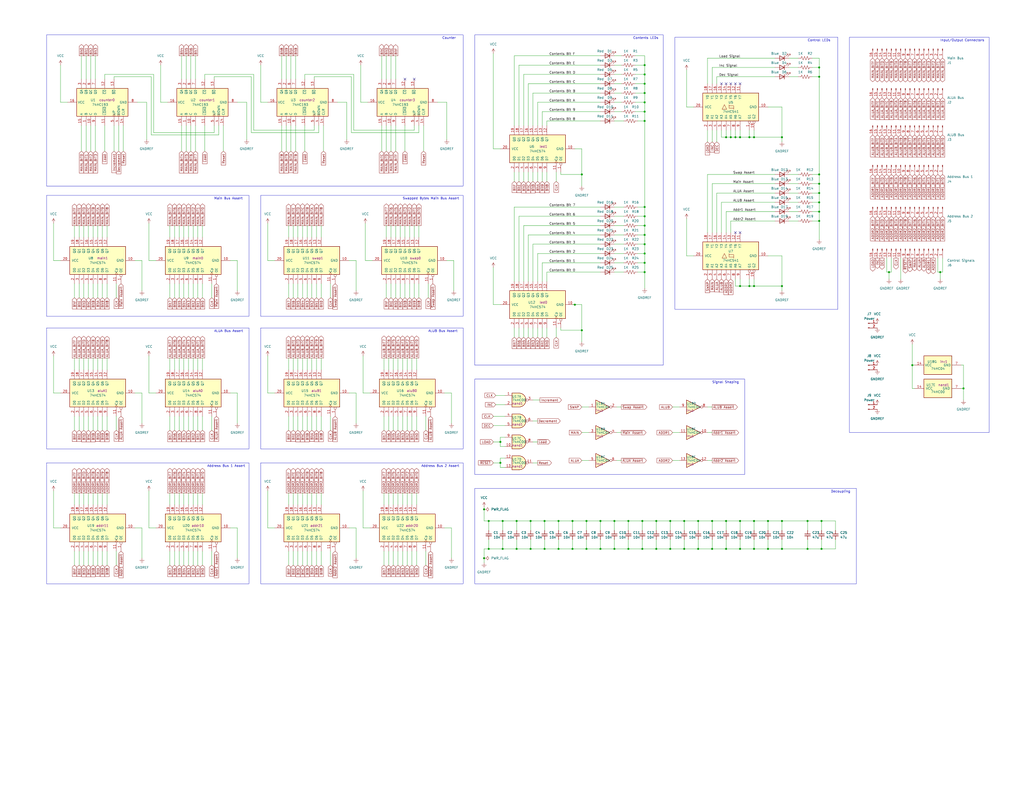
<source format=kicad_sch>
(kicad_sch (version 20230121) (generator eeschema)
  (paper "C")
  (title_block (title "GP Register Module") (date "2023-12-05") (rev "1.0.0") (company "16-Bit Computer From Scratch") (comment 1 "Adam Clark (@eryjus)"))
  (junction (at 403.86 156.21))
  (junction (at 281.94 284.48))
  (junction (at 365.76 299.72))
  (junction (at 312.42 284.48))
  (junction (at 317.5 95.25))
  (junction (at 351.79 55.88))
  (junction (at 447.04 115.57))
  (junction (at 358.14 299.72))
  (junction (at 403.86 284.48))
  (junction (at 350.52 284.48))
  (junction (at 264.16 304.8))
  (junction (at 351.79 143.51))
  (junction (at 351.79 148.59))
  (junction (at 396.24 74.93))
  (junction (at 351.79 50.8))
  (junction (at 358.14 284.48))
  (junction (at 398.78 74.93))
  (junction (at 408.94 156.21))
  (junction (at 401.32 74.93))
  (junction (at 403.86 74.93))
  (junction (at 351.79 118.11))
  (junction (at 289.56 284.48))
  (junction (at 426.72 299.72))
  (junction (at 327.66 284.48))
  (junction (at 304.8 299.72))
  (junction (at 327.66 299.72))
  (junction (at 297.18 299.72))
  (junction (at 351.79 113.03))
  (junction (at 274.32 284.48))
  (junction (at 335.28 299.72))
  (junction (at 447.04 36.83))
  (junction (at 351.79 40.64))
  (junction (at 403.86 299.72))
  (junction (at 396.24 284.48))
  (junction (at 408.94 74.93))
  (junction (at 335.28 284.48))
  (junction (at 317.5 180.34))
  (junction (at 342.9 284.48))
  (junction (at 381 299.72))
  (junction (at 426.72 284.48))
  (junction (at 320.04 299.72))
  (junction (at 351.79 138.43))
  (junction (at 448.31 299.72))
  (junction (at 274.32 299.72))
  (junction (at 513.08 148.59))
  (junction (at 485.14 148.59))
  (junction (at 447.04 110.49))
  (junction (at 419.1 299.72))
  (junction (at 447.04 105.41))
  (junction (at 304.8 284.48))
  (junction (at 440.69 299.72))
  (junction (at 525.78 212.09))
  (junction (at 266.7 284.48))
  (junction (at 351.79 45.72))
  (junction (at 447.04 120.65))
  (junction (at 411.48 284.48))
  (junction (at 273.05 241.3))
  (junction (at 396.24 299.72))
  (junction (at 411.48 74.93))
  (junction (at 351.79 35.56))
  (junction (at 440.69 284.48))
  (junction (at 426.72 74.93))
  (junction (at 373.38 284.48))
  (junction (at 365.76 284.48))
  (junction (at 381 284.48))
  (junction (at 351.79 128.27))
  (junction (at 297.18 284.48))
  (junction (at 350.52 299.72))
  (junction (at 342.9 299.72))
  (junction (at 447.04 41.91))
  (junction (at 266.7 299.72))
  (junction (at 373.38 299.72))
  (junction (at 351.79 133.35))
  (junction (at 281.94 299.72))
  (junction (at 497.84 199.39))
  (junction (at 447.04 95.25))
  (junction (at 312.42 299.72))
  (junction (at 273.05 252.73))
  (junction (at 448.31 284.48))
  (junction (at 447.04 100.33))
  (junction (at 426.72 156.21))
  (junction (at 351.79 60.96))
  (junction (at 320.04 284.48))
  (junction (at 388.62 284.48))
  (junction (at 313.69 166.37))
  (junction (at 411.48 156.21))
  (junction (at 351.79 66.04))
  (junction (at 351.79 123.19))
  (junction (at 264.16 278.13))
  (junction (at 411.48 299.72))
  (junction (at 388.62 299.72))
  (junction (at 289.56 299.72))
  (junction (at 419.1 284.48))
  (no_connect (at 398.78 45.72))
  (no_connect (at 401.32 45.72))
  (no_connect (at 226.06 43.18))
  (no_connect (at 403.86 45.72))
  (no_connect (at 396.24 45.72))
  (no_connect (at 401.32 127))
  (no_connect (at 393.7 45.72))
  (no_connect (at 403.86 127))
  (no_connect (at 220.98 43.18))
  (wire (pts (xy 290.83 153.67) (xy 290.83 133.35)))
  (wire (pts (xy 339.09 60.96) (xy 335.28 60.96)))
  (wire (pts (xy 173.99 72.39) (xy 173.99 68.58)))
  (wire (pts (xy 373.38 284.48) (xy 373.38 289.56)))
  (wire (pts (xy 160.02 269.24) (xy 160.02 275.59)))
  (wire (pts (xy 393.7 74.93) (xy 396.24 74.93)))
  (wire (pts (xy 297.18 299.72) (xy 304.8 299.72)))
  (wire (pts (xy 346.71 50.8) (xy 351.79 50.8)))
  (wire (pts (xy 497.84 187.96) (xy 497.84 199.39)))
  (wire (pts (xy 153.67 82.55) (xy 153.67 68.58)))
  (wire (pts (xy 198.12 267.97) (xy 198.12 288.29)))
  (wire (pts (xy 100.33 162.56) (xy 100.33 154.94)))
  (wire (pts (xy 101.6 82.55) (xy 101.6 68.58)))
  (wire (pts (xy 351.79 45.72) (xy 351.79 50.8)))
  (wire (pts (xy 157.48 234.95) (xy 157.48 227.33)))
  (wire (pts (xy 49.53 30.48) (xy 49.53 43.18)))
  (wire (pts (xy 170.18 234.95) (xy 170.18 227.33)))
  (wire (pts (xy 396.24 284.48) (xy 396.24 289.56)))
  (wire (pts (xy 525.78 212.09) (xy 525.78 218.44)))
  (wire (pts (xy 306.07 95.25) (xy 317.5 95.25)))
  (wire (pts (xy 448.31 299.72) (xy 455.93 299.72)))
  (wire (pts (xy 388.62 284.48) (xy 388.62 289.56)))
  (wire (pts (xy 426.72 294.64) (xy 426.72 299.72)))
  (wire (pts (xy 116.84 41.91) (xy 137.16 41.91)))
  (wire (pts (xy 100.33 123.19) (xy 100.33 129.54)))
  (wire (pts (xy 73.66 142.24) (xy 77.47 142.24)))
  (wire (pts (xy 275.59 255.27) (xy 273.05 255.27)))
  (wire (pts (xy 162.56 308.61) (xy 162.56 300.99)))
  (wire (pts (xy 110.49 123.19) (xy 110.49 129.54)))
  (wire (pts (xy 55.88 308.61) (xy 55.88 300.99)))
  (wire (pts (xy 58.42 234.95) (xy 58.42 227.33)))
  (wire (pts (xy 100.33 195.58) (xy 100.33 201.93)))
  (wire (pts (xy 335.28 299.72) (xy 342.9 299.72)))
  (wire (pts (xy 381 284.48) (xy 381 289.56)))
  (wire (pts (xy 107.95 162.56) (xy 107.95 154.94)))
  (wire (pts (xy 340.36 128.27) (xy 335.28 128.27)))
  (wire (pts (xy 317.5 166.37) (xy 317.5 180.34)))
  (wire (pts (xy 373.38 299.72) (xy 381 299.72)))
  (wire (pts (xy 358.14 284.48) (xy 365.76 284.48)))
  (wire (pts (xy 408.94 71.12) (xy 408.94 74.93)))
  (wire (pts (xy 48.26 269.24) (xy 48.26 275.59)))
  (wire (pts (xy 102.87 234.95) (xy 102.87 227.33)))
  (wire (pts (xy 269.24 166.37) (xy 273.05 166.37)))
  (wire (pts (xy 97.79 162.56) (xy 97.79 154.94)))
  (wire (pts (xy 243.84 55.88) (xy 243.84 76.2)))
  (wire (pts (xy 213.36 30.48) (xy 213.36 43.18)))
  (wire (pts (xy 443.23 36.83) (xy 447.04 36.83)))
  (wire (pts (xy 87.63 35.56) (xy 87.63 55.88)))
  (wire (pts (xy 227.33 308.61) (xy 227.33 300.99)))
  (wire (pts (xy 157.48 123.19) (xy 157.48 129.54)))
  (wire (pts (xy 73.66 288.29) (xy 77.47 288.29)))
  (wire (pts (xy 327.66 284.48) (xy 327.66 289.56)))
  (wire (pts (xy 285.75 153.67) (xy 285.75 123.19)))
  (wire (pts (xy 388.62 77.47) (xy 388.62 71.12)))
  (wire (pts (xy 171.45 43.18) (xy 171.45 41.91)))
  (wire (pts (xy 327.66 294.64) (xy 327.66 299.72)))
  (wire (pts (xy 105.41 308.61) (xy 105.41 300.99)))
  (wire (pts (xy 351.79 40.64) (xy 351.79 45.72)))
  (wire (pts (xy 158.75 82.55) (xy 158.75 68.58)))
  (wire (pts (xy 105.41 269.24) (xy 105.41 275.59)))
  (wire (pts (xy 105.41 234.95) (xy 105.41 227.33)))
  (wire (pts (xy 198.12 214.63) (xy 201.93 214.63)))
  (wire (pts (xy 40.64 308.61) (xy 40.64 300.99)))
  (wire (pts (xy 138.43 40.64) (xy 138.43 71.12)))
  (wire (pts (xy 146.05 142.24) (xy 149.86 142.24)))
  (wire (pts (xy 198.12 288.29) (xy 201.93 288.29)))
  (wire (pts (xy 401.32 71.12) (xy 401.32 74.93)))
  (wire (pts (xy 273.05 255.27) (xy 273.05 252.73)))
  (wire (pts (xy 426.72 284.48) (xy 440.69 284.48)))
  (wire (pts (xy 497.84 199.39) (xy 499.11 199.39)))
  (wire (pts (xy 304.8 299.72) (xy 312.42 299.72)))
  (wire (pts (xy 46.99 82.55) (xy 46.99 68.58)))
  (wire (pts (xy 340.36 66.04) (xy 335.28 66.04)))
  (wire (pts (xy 403.86 74.93) (xy 408.94 74.93)))
  (wire (pts (xy 351.79 138.43) (xy 351.79 143.51)))
  (wire (pts (xy 138.43 71.12) (xy 171.45 71.12)))
  (wire (pts (xy 269.24 227.33) (xy 275.59 227.33)))
  (wire (pts (xy 50.8 162.56) (xy 50.8 154.94)))
  (wire (pts (xy 443.23 41.91) (xy 447.04 41.91)))
  (wire (pts (xy 157.48 269.24) (xy 157.48 275.59)))
  (wire (pts (xy 283.21 99.06) (xy 283.21 93.98)))
  (wire (pts (xy 274.32 284.48) (xy 281.94 284.48)))
  (wire (pts (xy 374.65 38.1) (xy 374.65 58.42)))
  (wire (pts (xy 388.62 100.33) (xy 422.91 100.33)))
  (wire (pts (xy 220.98 123.19) (xy 220.98 129.54)))
  (wire (pts (xy 167.64 162.56) (xy 167.64 154.94)))
  (wire (pts (xy 419.1 58.42) (xy 426.72 58.42)))
  (wire (pts (xy 194.31 214.63) (xy 194.31 231.14)))
  (wire (pts (xy 374.65 58.42) (xy 378.46 58.42)))
  (wire (pts (xy 246.38 288.29) (xy 246.38 304.8)))
  (wire (pts (xy 44.45 30.48) (xy 44.45 43.18)))
  (wire (pts (xy 167.64 234.95) (xy 167.64 227.33)))
  (wire (pts (xy 77.47 142.24) (xy 77.47 158.75)))
  (wire (pts (xy 213.36 82.55) (xy 213.36 68.58)))
  (wire (pts (xy 285.75 68.58) (xy 285.75 40.64)))
  (wire (pts (xy 209.55 269.24) (xy 209.55 275.59)))
  (wire (pts (xy 129.54 214.63) (xy 129.54 231.14)))
  (wire (pts (xy 175.26 195.58) (xy 175.26 201.93)))
  (wire (pts (xy 317.5 251.46) (xy 321.31 251.46)))
  (wire (pts (xy 83.82 40.64) (xy 83.82 72.39)))
  (wire (pts (xy 485.14 148.59) (xy 483.87 148.59)))
  (wire (pts (xy 403.86 156.21) (xy 408.94 156.21)))
  (wire (pts (xy 82.55 41.91) (xy 82.55 73.66)))
  (wire (pts (xy 81.28 214.63) (xy 85.09 214.63)))
  (wire (pts (xy 191.77 72.39) (xy 228.6 72.39)))
  (wire (pts (xy 367.03 222.25) (xy 370.84 222.25)))
  (wire (pts (xy 342.9 299.72) (xy 350.52 299.72)))
  (wire (pts (xy 157.48 162.56) (xy 157.48 154.94)))
  (wire (pts (xy 158.75 30.48) (xy 158.75 43.18)))
  (wire (pts (xy 100.33 269.24) (xy 100.33 275.59)))
  (wire (pts (xy 386.08 45.72) (xy 386.08 31.75)))
  (wire (pts (xy 209.55 308.61) (xy 209.55 300.99)))
  (wire (pts (xy 270.51 220.98) (xy 275.59 220.98)))
  (wire (pts (xy 351.79 143.51) (xy 351.79 148.59)))
  (wire (pts (xy 264.16 278.13) (xy 264.16 276.86)))
  (wire (pts (xy 97.79 269.24) (xy 97.79 275.59)))
  (wire (pts (xy 443.23 120.65) (xy 447.04 120.65)))
  (wire (pts (xy 351.79 50.8) (xy 351.79 55.88)))
  (wire (pts (xy 180.34 308.61) (xy 180.34 300.99)))
  (wire (pts (xy 339.09 222.25) (xy 336.55 222.25)))
  (wire (pts (xy 196.85 35.56) (xy 196.85 55.88)))
  (wire (pts (xy 293.37 99.06) (xy 293.37 93.98)))
  (wire (pts (xy 165.1 269.24) (xy 165.1 275.59)))
  (wire (pts (xy 346.71 30.48) (xy 351.79 30.48)))
  (wire (pts (xy 227.33 195.58) (xy 227.33 201.93)))
  (wire (pts (xy 29.21 194.31) (xy 29.21 214.63)))
  (wire (pts (xy 227.33 269.24) (xy 227.33 275.59)))
  (wire (pts (xy 226.06 162.56) (xy 226.06 154.94)))
  (wire (pts (xy 160.02 123.19) (xy 160.02 129.54)))
  (wire (pts (xy 166.37 40.64) (xy 193.04 40.64)))
  (wire (pts (xy 219.71 234.95) (xy 219.71 227.33)))
  (wire (pts (xy 447.04 95.25) (xy 447.04 100.33)))
  (wire (pts (xy 170.18 308.61) (xy 170.18 300.99)))
  (wire (pts (xy 386.08 95.25) (xy 422.91 95.25)))
  (wire (pts (xy 295.91 60.96) (xy 327.66 60.96)))
  (wire (pts (xy 166.37 43.18) (xy 166.37 40.64)))
  (wire (pts (xy 312.42 294.64) (xy 312.42 299.72)))
  (wire (pts (xy 347.98 123.19) (xy 351.79 123.19)))
  (wire (pts (xy 137.16 72.39) (xy 173.99 72.39)))
  (wire (pts (xy 388.62 251.46) (xy 386.08 251.46)))
  (wire (pts (xy 447.04 41.91) (xy 447.04 95.25)))
  (wire (pts (xy 393.7 71.12) (xy 393.7 74.93)))
  (wire (pts (xy 346.71 45.72) (xy 351.79 45.72)))
  (wire (pts (xy 351.79 118.11) (xy 351.79 123.19)))
  (wire (pts (xy 214.63 234.95) (xy 214.63 227.33)))
  (wire (pts (xy 281.94 294.64) (xy 281.94 299.72)))
  (wire (pts (xy 208.28 30.48) (xy 208.28 43.18)))
  (wire (pts (xy 435.61 110.49) (xy 430.53 110.49)))
  (wire (pts (xy 82.55 73.66) (xy 119.38 73.66)))
  (wire (pts (xy 215.9 162.56) (xy 215.9 154.94)))
  (wire (pts (xy 53.34 162.56) (xy 53.34 154.94)))
  (wire (pts (xy 435.61 41.91) (xy 430.53 41.91)))
  (wire (pts (xy 172.72 234.95) (xy 172.72 227.33)))
  (wire (pts (xy 346.71 55.88) (xy 351.79 55.88)))
  (wire (pts (xy 62.23 41.91) (xy 82.55 41.91)))
  (wire (pts (xy 269.24 81.28) (xy 273.05 81.28)))
  (wire (pts (xy 43.18 162.56) (xy 43.18 154.94)))
  (wire (pts (xy 218.44 162.56) (xy 218.44 154.94)))
  (wire (pts (xy 398.78 120.65) (xy 422.91 120.65)))
  (wire (pts (xy 288.29 99.06) (xy 288.29 93.98)))
  (wire (pts (xy 50.8 269.24) (xy 50.8 275.59)))
  (wire (pts (xy 219.71 269.24) (xy 219.71 275.59)))
  (wire (pts (xy 269.24 252.73) (xy 273.05 252.73)))
  (wire (pts (xy 115.57 162.56) (xy 115.57 154.94)))
  (wire (pts (xy 290.83 68.58) (xy 290.83 50.8)))
  (wire (pts (xy 233.68 162.56) (xy 233.68 154.94)))
  (wire (pts (xy 106.68 82.55) (xy 106.68 68.58)))
  (wire (pts (xy 105.41 123.19) (xy 105.41 129.54)))
  (wire (pts (xy 388.62 127) (xy 388.62 100.33)))
  (wire (pts (xy 419.1 284.48) (xy 419.1 289.56)))
  (wire (pts (xy 351.79 60.96) (xy 351.79 66.04)))
  (wire (pts (xy 304.8 284.48) (xy 304.8 289.56)))
  (wire (pts (xy 312.42 284.48) (xy 312.42 289.56)))
  (wire (pts (xy 285.75 40.64) (xy 327.66 40.64)))
  (wire (pts (xy 340.36 123.19) (xy 335.28 123.19)))
  (wire (pts (xy 45.72 269.24) (xy 45.72 275.59)))
  (wire (pts (xy 280.67 153.67) (xy 280.67 113.03)))
  (wire (pts (xy 167.64 195.58) (xy 167.64 201.93)))
  (wire (pts (xy 455.93 299.72) (xy 455.93 294.64)))
  (wire (pts (xy 57.15 40.64) (xy 83.82 40.64)))
  (wire (pts (xy 190.5 142.24) (xy 194.31 142.24)))
  (wire (pts (xy 335.28 284.48) (xy 342.9 284.48)))
  (wire (pts (xy 224.79 195.58) (xy 224.79 201.93)))
  (wire (pts (xy 273.05 250.19) (xy 275.59 250.19)))
  (wire (pts (xy 273.05 243.84) (xy 273.05 241.3)))
  (wire (pts (xy 317.5 222.25) (xy 321.31 222.25)))
  (wire (pts (xy 121.92 82.55) (xy 121.92 68.58)))
  (wire (pts (xy 448.31 284.48) (xy 448.31 289.56)))
  (wire (pts (xy 196.85 55.88) (xy 200.66 55.88)))
  (wire (pts (xy 156.21 82.55) (xy 156.21 68.58)))
  (wire (pts (xy 340.36 143.51) (xy 335.28 143.51)))
  (wire (pts (xy 346.71 35.56) (xy 351.79 35.56)))
  (wire (pts (xy 298.45 68.58) (xy 298.45 66.04)))
  (wire (pts (xy 110.49 195.58) (xy 110.49 201.93)))
  (wire (pts (xy 161.29 30.48) (xy 161.29 43.18)))
  (wire (pts (xy 447.04 115.57) (xy 447.04 120.65)))
  (wire (pts (xy 347.98 66.04) (xy 351.79 66.04)))
  (wire (pts (xy 95.25 269.24) (xy 95.25 275.59)))
  (wire (pts (xy 443.23 31.75) (xy 447.04 31.75)))
  (wire (pts (xy 161.29 82.55) (xy 161.29 68.58)))
  (wire (pts (xy 401.32 156.21) (xy 403.86 156.21)))
  (wire (pts (xy 381 294.64) (xy 381 299.72)))
  (wire (pts (xy 99.06 82.55) (xy 99.06 68.58)))
  (wire (pts (xy 64.77 82.55) (xy 64.77 68.58)))
  (wire (pts (xy 448.31 284.48) (xy 455.93 284.48)))
  (wire (pts (xy 43.18 195.58) (xy 43.18 201.93)))
  (wire (pts (xy 102.87 123.19) (xy 102.87 129.54)))
  (wire (pts (xy 172.72 269.24) (xy 172.72 275.59)))
  (wire (pts (xy 283.21 153.67) (xy 283.21 118.11)))
  (wire (pts (xy 320.04 284.48) (xy 320.04 289.56)))
  (wire (pts (xy 396.24 74.93) (xy 398.78 74.93)))
  (wire (pts (xy 289.56 294.64) (xy 289.56 299.72)))
  (wire (pts (xy 220.98 162.56) (xy 220.98 154.94)))
  (wire (pts (xy 218.44 123.19) (xy 218.44 129.54)))
  (wire (pts (xy 280.67 184.15) (xy 280.67 179.07)))
  (wire (pts (xy 106.68 30.48) (xy 106.68 43.18)))
  (wire (pts (xy 223.52 123.19) (xy 223.52 129.54)))
  (wire (pts (xy 289.56 284.48) (xy 289.56 289.56)))
  (wire (pts (xy 340.36 113.03) (xy 335.28 113.03)))
  (wire (pts (xy 116.84 72.39) (xy 116.84 68.58)))
  (wire (pts (xy 419.1 284.48) (xy 426.72 284.48)))
  (wire (pts (xy 297.18 284.48) (xy 304.8 284.48)))
  (wire (pts (xy 317.5 180.34) (xy 317.5 186.69)))
  (wire (pts (xy 396.24 71.12) (xy 396.24 74.93)))
  (wire (pts (xy 224.79 308.61) (xy 224.79 300.99)))
  (wire (pts (xy 160.02 162.56) (xy 160.02 154.94)))
  (wire (pts (xy 193.04 40.64) (xy 193.04 71.12)))
  (wire (pts (xy 170.18 195.58) (xy 170.18 201.93)))
  (wire (pts (xy 224.79 269.24) (xy 224.79 275.59)))
  (wire (pts (xy 228.6 72.39) (xy 228.6 68.58)))
  (wire (pts (xy 411.48 284.48) (xy 419.1 284.48)))
  (wire (pts (xy 160.02 234.95) (xy 160.02 227.33)))
  (wire (pts (xy 184.15 55.88) (xy 189.23 55.88)))
  (wire (pts (xy 491.49 140.97) (xy 491.49 152.4)))
  (wire (pts (xy 304.8 284.48) (xy 312.42 284.48)))
  (wire (pts (xy 497.84 212.09) (xy 499.11 212.09)))
  (wire (pts (xy 447.04 100.33) (xy 447.04 105.41)))
  (wire (pts (xy 129.54 288.29) (xy 129.54 304.8)))
  (wire (pts (xy 228.6 123.19) (xy 228.6 129.54)))
  (wire (pts (xy 48.26 195.58) (xy 48.26 201.93)))
  (wire (pts (xy 170.18 269.24) (xy 170.18 275.59)))
  (wire (pts (xy 212.09 308.61) (xy 212.09 300.99)))
  (wire (pts (xy 165.1 195.58) (xy 165.1 201.93)))
  (wire (pts (xy 435.61 100.33) (xy 430.53 100.33)))
  (wire (pts (xy 435.61 95.25) (xy 430.53 95.25)))
  (wire (pts (xy 347.98 128.27) (xy 351.79 128.27)))
  (wire (pts (xy 398.78 127) (xy 398.78 120.65)))
  (wire (pts (xy 45.72 123.19) (xy 45.72 129.54)))
  (wire (pts (xy 306.07 93.98) (xy 306.07 95.25)))
  (wire (pts (xy 92.71 269.24) (xy 92.71 275.59)))
  (wire (pts (xy 274.32 294.64) (xy 274.32 299.72)))
  (wire (pts (xy 146.05 214.63) (xy 149.86 214.63)))
  (wire (pts (xy 396.24 299.72) (xy 403.86 299.72)))
  (wire (pts (xy 280.67 68.58) (xy 280.67 30.48)))
  (wire (pts (xy 351.79 66.04) (xy 351.79 113.03)))
  (wire (pts (xy 63.5 162.56) (xy 63.5 154.94)))
  (wire (pts (xy 435.61 36.83) (xy 430.53 36.83)))
  (wire (pts (xy 125.73 214.63) (xy 129.54 214.63)))
  (wire (pts (xy 242.57 214.63) (xy 246.38 214.63)))
  (wire (pts (xy 411.48 156.21) (xy 426.72 156.21)))
  (wire (pts (xy 288.29 45.72) (xy 327.66 45.72)))
  (wire (pts (xy 288.29 153.67) (xy 288.29 128.27)))
  (wire (pts (xy 290.83 184.15) (xy 290.83 179.07)))
  (wire (pts (xy 246.38 214.63) (xy 246.38 231.14)))
  (wire (pts (xy 95.25 123.19) (xy 95.25 129.54)))
  (wire (pts (xy 45.72 234.95) (xy 45.72 227.33)))
  (wire (pts (xy 228.6 162.56) (xy 228.6 154.94)))
  (wire (pts (xy 443.23 110.49) (xy 447.04 110.49)))
  (wire (pts (xy 486.41 148.59) (xy 485.14 148.59)))
  (wire (pts (xy 295.91 153.67) (xy 295.91 143.51)))
  (wire (pts (xy 388.62 299.72) (xy 396.24 299.72)))
  (wire (pts (xy 167.64 308.61) (xy 167.64 300.99)))
  (wire (pts (xy 146.05 267.97) (xy 146.05 288.29)))
  (wire (pts (xy 440.69 284.48) (xy 440.69 289.56)))
  (wire (pts (xy 339.09 30.48) (xy 335.28 30.48)))
  (wire (pts (xy 486.41 140.97) (xy 486.41 148.59)))
  (wire (pts (xy 142.24 35.56) (xy 142.24 55.88)))
  (wire (pts (xy 199.39 142.24) (xy 203.2 142.24)))
  (wire (pts (xy 67.31 82.55) (xy 67.31 68.58)))
  (wire (pts (xy 381 284.48) (xy 388.62 284.48)))
  (wire (pts (xy 172.72 162.56) (xy 172.72 154.94)))
  (wire (pts (xy 46.99 30.48) (xy 46.99 43.18)))
  (wire (pts (xy 210.82 123.19) (xy 210.82 129.54)))
  (wire (pts (xy 303.53 184.15) (xy 303.53 179.07)))
  (wire (pts (xy 396.24 284.48) (xy 403.86 284.48)))
  (wire (pts (xy 298.45 184.15) (xy 298.45 179.07)))
  (wire (pts (xy 435.61 105.41) (xy 430.53 105.41)))
  (wire (pts (xy 298.45 99.06) (xy 298.45 93.98)))
  (wire (pts (xy 298.45 153.67) (xy 298.45 148.59)))
  (wire (pts (xy 58.42 269.24) (xy 58.42 275.59)))
  (wire (pts (xy 403.86 284.48) (xy 403.86 289.56)))
  (wire (pts (xy 40.64 234.95) (xy 40.64 227.33)))
  (wire (pts (xy 81.28 267.97) (xy 81.28 288.29)))
  (wire (pts (xy 62.23 82.55) (xy 62.23 68.58)))
  (wire (pts (xy 342.9 284.48) (xy 342.9 289.56)))
  (wire (pts (xy 170.18 162.56) (xy 170.18 154.94)))
  (wire (pts (xy 283.21 68.58) (xy 283.21 35.56)))
  (wire (pts (xy 48.26 234.95) (xy 48.26 227.33)))
  (wire (pts (xy 137.16 41.91) (xy 137.16 72.39)))
  (wire (pts (xy 266.7 284.48) (xy 274.32 284.48)))
  (wire (pts (xy 386.08 77.47) (xy 386.08 71.12)))
  (wire (pts (xy 95.25 162.56) (xy 95.25 154.94)))
  (wire (pts (xy 162.56 234.95) (xy 162.56 227.33)))
  (wire (pts (xy 212.09 234.95) (xy 212.09 227.33)))
  (wire (pts (xy 386.08 31.75) (xy 422.91 31.75)))
  (wire (pts (xy 401.32 74.93) (xy 403.86 74.93)))
  (wire (pts (xy 273.05 238.76) (xy 275.59 238.76)))
  (wire (pts (xy 165.1 123.19) (xy 165.1 129.54)))
  (wire (pts (xy 393.7 110.49) (xy 422.91 110.49)))
  (wire (pts (xy 210.82 30.48) (xy 210.82 43.18)))
  (wire (pts (xy 175.26 308.61) (xy 175.26 300.99)))
  (wire (pts (xy 194.31 142.24) (xy 194.31 158.75)))
  (wire (pts (xy 156.21 30.48) (xy 156.21 43.18)))
  (wire (pts (xy 266.7 299.72) (xy 274.32 299.72)))
  (wire (pts (xy 167.64 123.19) (xy 167.64 129.54)))
  (wire (pts (xy 293.37 252.73) (xy 290.83 252.73)))
  (wire (pts (xy 222.25 195.58) (xy 222.25 201.93)))
  (wire (pts (xy 81.28 194.31) (xy 81.28 214.63)))
  (wire (pts (xy 396.24 294.64) (xy 396.24 299.72)))
  (wire (pts (xy 33.02 55.88) (xy 36.83 55.88)))
  (wire (pts (xy 107.95 234.95) (xy 107.95 227.33)))
  (wire (pts (xy 455.93 284.48) (xy 455.93 289.56)))
  (wire (pts (xy 29.21 214.63) (xy 33.02 214.63)))
  (wire (pts (xy 401.32 152.4) (xy 401.32 156.21)))
  (wire (pts (xy 125.73 142.24) (xy 129.54 142.24)))
  (wire (pts (xy 290.83 133.35) (xy 327.66 133.35)))
  (wire (pts (xy 74.93 55.88) (xy 80.01 55.88)))
  (wire (pts (xy 514.35 148.59) (xy 513.08 148.59)))
  (wire (pts (xy 351.79 30.48) (xy 351.79 35.56)))
  (wire (pts (xy 111.76 82.55) (xy 111.76 68.58)))
  (wire (pts (xy 367.03 251.46) (xy 370.84 251.46)))
  (wire (pts (xy 180.34 234.95) (xy 180.34 227.33)))
  (wire (pts (xy 347.98 148.59) (xy 351.79 148.59)))
  (wire (pts (xy 115.57 234.95) (xy 115.57 227.33)))
  (wire (pts (xy 44.45 82.55) (xy 44.45 68.58)))
  (wire (pts (xy 280.67 30.48) (xy 327.66 30.48)))
  (wire (pts (xy 162.56 195.58) (xy 162.56 201.93)))
  (wire (pts (xy 116.84 43.18) (xy 116.84 41.91)))
  (wire (pts (xy 398.78 74.93) (xy 401.32 74.93)))
  (wire (pts (xy 146.05 121.92) (xy 146.05 142.24)))
  (wire (pts (xy 92.71 195.58) (xy 92.71 201.93)))
  (wire (pts (xy 365.76 284.48) (xy 365.76 289.56)))
  (wire (pts (xy 411.48 284.48) (xy 411.48 289.56)))
  (wire (pts (xy 339.09 45.72) (xy 335.28 45.72)))
  (wire (pts (xy 224.79 234.95) (xy 224.79 227.33)))
  (wire (pts (xy 426.72 139.7) (xy 426.72 156.21)))
  (wire (pts (xy 269.24 29.21) (xy 269.24 81.28)))
  (wire (pts (xy 339.09 50.8) (xy 335.28 50.8)))
  (wire (pts (xy 264.16 299.72) (xy 264.16 304.8)))
  (wire (pts (xy 293.37 229.87) (xy 290.83 229.87)))
  (wire (pts (xy 346.71 60.96) (xy 351.79 60.96)))
  (wire (pts (xy 247.65 142.24) (xy 247.65 158.75)))
  (wire (pts (xy 107.95 308.61) (xy 107.95 300.99)))
  (wire (pts (xy 107.95 123.19) (xy 107.95 129.54)))
  (wire (pts (xy 191.77 41.91) (xy 191.77 72.39)))
  (wire (pts (xy 172.72 123.19) (xy 172.72 129.54)))
  (wire (pts (xy 81.28 288.29) (xy 85.09 288.29)))
  (wire (pts (xy 283.21 184.15) (xy 283.21 179.07)))
  (wire (pts (xy 194.31 288.29) (xy 194.31 304.8)))
  (wire (pts (xy 320.04 284.48) (xy 327.66 284.48)))
  (wire (pts (xy 317.5 81.28) (xy 317.5 95.25)))
  (wire (pts (xy 55.88 195.58) (xy 55.88 201.93)))
  (wire (pts (xy 340.36 133.35) (xy 335.28 133.35)))
  (wire (pts (xy 50.8 308.61) (xy 50.8 300.99)))
  (wire (pts (xy 386.08 127) (xy 386.08 95.25)))
  (wire (pts (xy 358.14 284.48) (xy 358.14 289.56)))
  (wire (pts (xy 176.53 82.55) (xy 176.53 68.58)))
  (wire (pts (xy 403.86 152.4) (xy 403.86 156.21)))
  (wire (pts (xy 373.38 284.48) (xy 381 284.48)))
  (wire (pts (xy 381 299.72) (xy 388.62 299.72)))
  (wire (pts (xy 102.87 195.58) (xy 102.87 201.93)))
  (wire (pts (xy 293.37 55.88) (xy 327.66 55.88)))
  (wire (pts (xy 95.25 308.61) (xy 95.25 300.99)))
  (wire (pts (xy 264.16 304.8) (xy 264.16 307.34)))
  (wire (pts (xy 166.37 82.55) (xy 166.37 68.58)))
  (wire (pts (xy 55.88 162.56) (xy 55.88 154.94)))
  (wire (pts (xy 340.36 138.43) (xy 335.28 138.43)))
  (wire (pts (xy 92.71 234.95) (xy 92.71 227.33)))
  (wire (pts (xy 358.14 294.64) (xy 358.14 299.72)))
  (wire (pts (xy 213.36 162.56) (xy 213.36 154.94)))
  (wire (pts (xy 146.05 194.31) (xy 146.05 214.63)))
  (wire (pts (xy 350.52 284.48) (xy 350.52 289.56)))
  (wire (pts (xy 408.94 156.21) (xy 411.48 156.21)))
  (wire (pts (xy 190.5 288.29) (xy 194.31 288.29)))
  (wire (pts (xy 320.04 299.72) (xy 327.66 299.72)))
  (wire (pts (xy 447.04 31.75) (xy 447.04 36.83)))
  (wire (pts (xy 340.36 148.59) (xy 335.28 148.59)))
  (wire (pts (xy 391.16 127) (xy 391.16 105.41)))
  (wire (pts (xy 193.04 71.12) (xy 226.06 71.12)))
  (wire (pts (xy 104.14 30.48) (xy 104.14 43.18)))
  (wire (pts (xy 398.78 71.12) (xy 398.78 74.93)))
  (wire (pts (xy 55.88 234.95) (xy 55.88 227.33)))
  (wire (pts (xy 293.37 138.43) (xy 327.66 138.43)))
  (wire (pts (xy 388.62 236.22) (xy 386.08 236.22)))
  (wire (pts (xy 43.18 269.24) (xy 43.18 275.59)))
  (wire (pts (xy 388.62 222.25) (xy 386.08 222.25)))
  (wire (pts (xy 350.52 294.64) (xy 350.52 299.72)))
  (wire (pts (xy 107.95 269.24) (xy 107.95 275.59)))
  (wire (pts (xy 58.42 308.61) (xy 58.42 300.99)))
  (wire (pts (xy 443.23 115.57) (xy 447.04 115.57)))
  (wire (pts (xy 125.73 288.29) (xy 129.54 288.29)))
  (wire (pts (xy 189.23 55.88) (xy 189.23 76.2)))
  (wire (pts (xy 295.91 143.51) (xy 327.66 143.51)))
  (wire (pts (xy 48.26 123.19) (xy 48.26 129.54)))
  (wire (pts (xy 110.49 269.24) (xy 110.49 275.59)))
  (wire (pts (xy 435.61 31.75) (xy 430.53 31.75)))
  (wire (pts (xy 443.23 100.33) (xy 447.04 100.33)))
  (wire (pts (xy 217.17 195.58) (xy 217.17 201.93)))
  (wire (pts (xy 295.91 184.15) (xy 295.91 179.07)))
  (wire (pts (xy 99.06 30.48) (xy 99.06 43.18)))
  (wire (pts (xy 215.9 30.48) (xy 215.9 43.18)))
  (wire (pts (xy 270.51 215.9) (xy 275.59 215.9)))
  (wire (pts (xy 351.79 113.03) (xy 351.79 118.11)))
  (wire (pts (xy 320.04 294.64) (xy 320.04 299.72)))
  (wire (pts (xy 351.79 55.88) (xy 351.79 60.96)))
  (wire (pts (xy 297.18 284.48) (xy 297.18 289.56)))
  (wire (pts (xy 367.03 236.22) (xy 370.84 236.22)))
  (wire (pts (xy 435.61 115.57) (xy 430.53 115.57)))
  (wire (pts (xy 274.32 299.72) (xy 281.94 299.72)))
  (wire (pts (xy 347.98 133.35) (xy 351.79 133.35)))
  (wire (pts (xy 209.55 195.58) (xy 209.55 201.93)))
  (wire (pts (xy 210.82 82.55) (xy 210.82 68.58)))
  (wire (pts (xy 87.63 55.88) (xy 91.44 55.88)))
  (wire (pts (xy 426.72 156.21) (xy 426.72 158.75)))
  (wire (pts (xy 242.57 288.29) (xy 246.38 288.29)))
  (wire (pts (xy 134.62 55.88) (xy 134.62 76.2)))
  (wire (pts (xy 374.65 139.7) (xy 378.46 139.7)))
  (wire (pts (xy 447.04 110.49) (xy 447.04 115.57)))
  (wire (pts (xy 403.86 294.64) (xy 403.86 299.72)))
  (wire (pts (xy 351.79 35.56) (xy 351.79 40.64)))
  (wire (pts (xy 243.84 142.24) (xy 247.65 142.24)))
  (wire (pts (xy 52.07 30.48) (xy 52.07 43.18)))
  (wire (pts (xy 269.24 146.05) (xy 269.24 166.37)))
  (wire (pts (xy 97.79 234.95) (xy 97.79 227.33)))
  (wire (pts (xy 350.52 299.72) (xy 358.14 299.72)))
  (wire (pts (xy 435.61 120.65) (xy 430.53 120.65)))
  (wire (pts (xy 43.18 308.61) (xy 43.18 300.99)))
  (wire (pts (xy 53.34 123.19) (xy 53.34 129.54)))
  (wire (pts (xy 339.09 35.56) (xy 335.28 35.56)))
  (wire (pts (xy 215.9 123.19) (xy 215.9 129.54)))
  (wire (pts (xy 175.26 162.56) (xy 175.26 154.94)))
  (wire (pts (xy 212.09 269.24) (xy 212.09 275.59)))
  (wire (pts (xy 77.47 288.29) (xy 77.47 304.8)))
  (wire (pts (xy 391.16 105.41) (xy 422.91 105.41)))
  (wire (pts (xy 160.02 195.58) (xy 160.02 201.93)))
  (wire (pts (xy 524.51 199.39) (xy 525.78 199.39)))
  (wire (pts (xy 340.36 118.11) (xy 335.28 118.11)))
  (wire (pts (xy 388.62 294.64) (xy 388.62 299.72)))
  (wire (pts (xy 351.79 123.19) (xy 351.79 128.27)))
  (wire (pts (xy 226.06 71.12) (xy 226.06 68.58)))
  (wire (pts (xy 443.23 95.25) (xy 447.04 95.25)))
  (wire (pts (xy 115.57 308.61) (xy 115.57 300.99)))
  (wire (pts (xy 153.67 30.48) (xy 153.67 43.18)))
  (wire (pts (xy 290.83 218.44) (xy 294.64 218.44)))
  (wire (pts (xy 142.24 55.88) (xy 146.05 55.88)))
  (wire (pts (xy 350.52 284.48) (xy 358.14 284.48)))
  (wire (pts (xy 231.14 82.55) (xy 231.14 68.58)))
  (wire (pts (xy 97.79 308.61) (xy 97.79 300.99)))
  (wire (pts (xy 199.39 121.92) (xy 199.39 142.24)))
  (wire (pts (xy 285.75 184.15) (xy 285.75 179.07)))
  (wire (pts (xy 374.65 119.38) (xy 374.65 139.7)))
  (wire (pts (xy 157.48 308.61) (xy 157.48 300.99)))
  (wire (pts (xy 358.14 299.72) (xy 365.76 299.72)))
  (wire (pts (xy 293.37 184.15) (xy 293.37 179.07)))
  (wire (pts (xy 288.29 68.58) (xy 288.29 45.72)))
  (wire (pts (xy 411.48 152.4) (xy 411.48 156.21)))
  (wire (pts (xy 198.12 194.31) (xy 198.12 214.63)))
  (wire (pts (xy 215.9 82.55) (xy 215.9 68.58)))
  (wire (pts (xy 100.33 308.61) (xy 100.33 300.99)))
  (wire (pts (xy 63.5 234.95) (xy 63.5 227.33)))
  (wire (pts (xy 293.37 241.3) (xy 290.83 241.3)))
  (wire (pts (xy 102.87 269.24) (xy 102.87 275.59)))
  (wire (pts (xy 264.16 278.13) (xy 264.16 284.48)))
  (wire (pts (xy 212.09 195.58) (xy 212.09 201.93)))
  (wire (pts (xy 40.64 269.24) (xy 40.64 275.59)))
  (wire (pts (xy 269.24 232.41) (xy 275.59 232.41)))
  (wire (pts (xy 162.56 269.24) (xy 162.56 275.59)))
  (wire (pts (xy 165.1 234.95) (xy 165.1 227.33)))
  (wire (pts (xy 157.48 195.58) (xy 157.48 201.93)))
  (wire (pts (xy 411.48 74.93) (xy 426.72 74.93)))
  (wire (pts (xy 293.37 68.58) (xy 293.37 55.88)))
  (wire (pts (xy 285.75 99.06) (xy 285.75 93.98)))
  (wire (pts (xy 288.29 128.27) (xy 327.66 128.27)))
  (wire (pts (xy 266.7 294.64) (xy 266.7 299.72)))
  (wire (pts (xy 393.7 127) (xy 393.7 110.49)))
  (wire (pts (xy 347.98 143.51) (xy 351.79 143.51)))
  (wire (pts (xy 29.21 142.24) (xy 33.02 142.24)))
  (wire (pts (xy 214.63 308.61) (xy 214.63 300.99)))
  (wire (pts (xy 62.23 43.18) (xy 62.23 41.91)))
  (wire (pts (xy 80.01 55.88) (xy 80.01 76.2)))
  (wire (pts (xy 213.36 123.19) (xy 213.36 129.54)))
  (wire (pts (xy 335.28 284.48) (xy 335.28 289.56)))
  (wire (pts (xy 485.14 152.4) (xy 485.14 148.59)))
  (wire (pts (xy 222.25 234.95) (xy 222.25 227.33)))
  (wire (pts (xy 525.78 199.39) (xy 525.78 212.09)))
  (wire (pts (xy 281.94 284.48) (xy 289.56 284.48)))
  (wire (pts (xy 33.02 35.56) (xy 33.02 55.88)))
  (wire (pts (xy 208.28 82.55) (xy 208.28 68.58)))
  (wire (pts (xy 95.25 234.95) (xy 95.25 227.33)))
  (wire (pts (xy 55.88 269.24) (xy 55.88 275.59)))
  (wire (pts (xy 443.23 105.41) (xy 447.04 105.41)))
  (wire (pts (xy 167.64 269.24) (xy 167.64 275.59)))
  (wire (pts (xy 403.86 71.12) (xy 403.86 74.93)))
  (wire (pts (xy 162.56 123.19) (xy 162.56 129.54)))
  (wire (pts (xy 175.26 234.95) (xy 175.26 227.33)))
  (wire (pts (xy 312.42 166.37) (xy 313.69 166.37)))
  (wire (pts (xy 217.17 308.61) (xy 217.17 300.99)))
  (wire (pts (xy 105.41 195.58) (xy 105.41 201.93)))
  (wire (pts (xy 165.1 308.61) (xy 165.1 300.99)))
  (wire (pts (xy 52.07 82.55) (xy 52.07 68.58)))
  (wire (pts (xy 511.81 148.59) (xy 511.81 140.97)))
  (wire (pts (xy 95.25 195.58) (xy 95.25 201.93)))
  (wire (pts (xy 283.21 35.56) (xy 327.66 35.56)))
  (wire (pts (xy 175.26 269.24) (xy 175.26 275.59)))
  (wire (pts (xy 347.98 118.11) (xy 351.79 118.11)))
  (wire (pts (xy 119.38 73.66) (xy 119.38 68.58)))
  (wire (pts (xy 298.45 66.04) (xy 327.66 66.04)))
  (wire (pts (xy 238.76 55.88) (xy 243.84 55.88)))
  (wire (pts (xy 396.24 127) (xy 396.24 115.57)))
  (wire (pts (xy 289.56 284.48) (xy 297.18 284.48)))
  (wire (pts (xy 50.8 195.58) (xy 50.8 201.93)))
  (wire (pts (xy 222.25 308.61) (xy 222.25 300.99)))
  (wire (pts (xy 293.37 153.67) (xy 293.37 138.43)))
  (wire (pts (xy 58.42 123.19) (xy 58.42 129.54)))
  (wire (pts (xy 110.49 162.56) (xy 110.49 154.94)))
  (wire (pts (xy 335.28 55.88) (xy 339.09 55.88)))
  (wire (pts (xy 53.34 234.95) (xy 53.34 227.33)))
  (wire (pts (xy 53.34 195.58) (xy 53.34 201.93)))
  (wire (pts (xy 306.07 179.07) (xy 306.07 180.34)))
  (wire (pts (xy 440.69 284.48) (xy 448.31 284.48)))
  (wire (pts (xy 346.71 40.64) (xy 351.79 40.64)))
  (wire (pts (xy 339.09 40.64) (xy 335.28 40.64)))
  (wire (pts (xy 81.28 121.92) (xy 81.28 142.24)))
  (wire (pts (xy 43.18 234.95) (xy 43.18 227.33)))
  (wire (pts (xy 281.94 299.72) (xy 289.56 299.72)))
  (wire (pts (xy 83.82 72.39) (xy 116.84 72.39)))
  (wire (pts (xy 514.35 140.97) (xy 514.35 148.59)))
  (wire (pts (xy 58.42 162.56) (xy 58.42 154.94)))
  (wire (pts (xy 327.66 299.72) (xy 335.28 299.72)))
  (wire (pts (xy 403.86 299.72) (xy 411.48 299.72)))
  (wire (pts (xy 351.79 128.27) (xy 351.79 133.35)))
  (wire (pts (xy 373.38 294.64) (xy 373.38 299.72)))
  (wire (pts (xy 306.07 180.34) (xy 317.5 180.34)))
  (wire (pts (xy 40.64 123.19) (xy 40.64 129.54)))
  (wire (pts (xy 129.54 142.24) (xy 129.54 158.75)))
  (wire (pts (xy 411.48 299.72) (xy 419.1 299.72)))
  (wire (pts (xy 162.56 162.56) (xy 162.56 154.94)))
  (wire (pts (xy 223.52 162.56) (xy 223.52 154.94)))
  (wire (pts (xy 303.53 99.06) (xy 303.53 93.98)))
  (wire (pts (xy 165.1 162.56) (xy 165.1 154.94)))
  (wire (pts (xy 290.83 50.8) (xy 327.66 50.8)))
  (wire (pts (xy 97.79 195.58) (xy 97.79 201.93)))
  (wire (pts (xy 513.08 152.4) (xy 513.08 148.59)))
  (wire (pts (xy 219.71 195.58) (xy 219.71 201.93)))
  (wire (pts (xy 97.79 123.19) (xy 97.79 129.54)))
  (wire (pts (xy 45.72 162.56) (xy 45.72 154.94)))
  (wire (pts (xy 288.29 184.15) (xy 288.29 179.07)))
  (wire (pts (xy 214.63 195.58) (xy 214.63 201.93)))
  (wire (pts (xy 232.41 308.61) (xy 232.41 300.99)))
  (wire (pts (xy 365.76 294.64) (xy 365.76 299.72)))
  (wire (pts (xy 317.5 236.22) (xy 321.31 236.22)))
  (wire (pts (xy 317.5 95.25) (xy 317.5 101.6)))
  (wire (pts (xy 269.24 241.3) (xy 273.05 241.3)))
  (wire (pts (xy 110.49 234.95) (xy 110.49 227.33)))
  (wire (pts (xy 336.55 236.22) (xy 339.09 236.22)))
  (wire (pts (xy 48.26 308.61) (xy 48.26 300.99)))
  (wire (pts (xy 129.54 55.88) (xy 134.62 55.88)))
  (wire (pts (xy 388.62 284.48) (xy 396.24 284.48)))
  (wire (pts (xy 297.18 294.64) (xy 297.18 299.72)))
  (wire (pts (xy 273.05 252.73) (xy 273.05 250.19)))
  (wire (pts (xy 408.94 152.4) (xy 408.94 156.21)))
  (wire (pts (xy 92.71 162.56) (xy 92.71 154.94)))
  (wire (pts (xy 92.71 308.61) (xy 92.71 300.99)))
  (wire (pts (xy 335.28 294.64) (xy 335.28 299.72)))
  (wire (pts (xy 55.88 123.19) (xy 55.88 129.54)))
  (wire (pts (xy 170.18 123.19) (xy 170.18 129.54)))
  (wire (pts (xy 217.17 269.24) (xy 217.17 275.59)))
  (wire (pts (xy 391.16 41.91) (xy 422.91 41.91)))
  (wire (pts (xy 419.1 139.7) (xy 426.72 139.7)))
  (wire (pts (xy 102.87 162.56) (xy 102.87 154.94)))
  (wire (pts (xy 396.24 115.57) (xy 422.91 115.57)))
  (wire (pts (xy 524.51 212.09) (xy 525.78 212.09)))
  (wire (pts (xy 63.5 308.61) (xy 63.5 300.99)))
  (wire (pts (xy 58.42 195.58) (xy 58.42 201.93)))
  (wire (pts (xy 180.34 162.56) (xy 180.34 154.94)))
  (wire (pts (xy 40.64 162.56) (xy 40.64 154.94)))
  (wire (pts (xy 426.72 284.48) (xy 426.72 289.56)))
  (wire (pts (xy 171.45 41.91) (xy 191.77 41.91)))
  (wire (pts (xy 313.69 81.28) (xy 317.5 81.28)))
  (wire (pts (xy 57.15 43.18) (xy 57.15 40.64)))
  (wire (pts (xy 447.04 105.41) (xy 447.04 110.49)))
  (wire (pts (xy 232.41 234.95) (xy 232.41 227.33)))
  (wire (pts (xy 285.75 123.19) (xy 327.66 123.19)))
  (wire (pts (xy 351.79 133.35) (xy 351.79 138.43)))
  (wire (pts (xy 210.82 162.56) (xy 210.82 154.94)))
  (wire (pts (xy 107.95 195.58) (xy 107.95 201.93)))
  (wire (pts (xy 45.72 308.61) (xy 45.72 300.99)))
  (wire (pts (xy 313.69 166.37) (xy 317.5 166.37)))
  (wire (pts (xy 111.76 40.64) (xy 138.43 40.64)))
  (wire (pts (xy 280.67 99.06) (xy 280.67 93.98)))
  (wire (pts (xy 347.98 138.43) (xy 351.79 138.43)))
  (wire (pts (xy 102.87 308.61) (xy 102.87 300.99)))
  (wire (pts (xy 190.5 214.63) (xy 194.31 214.63)))
  (wire (pts (xy 227.33 234.95) (xy 227.33 227.33)))
  (wire (pts (xy 447.04 36.83) (xy 447.04 41.91)))
  (wire (pts (xy 426.72 58.42) (xy 426.72 74.93)))
  (wire (pts (xy 171.45 71.12) (xy 171.45 68.58)))
  (wire (pts (xy 175.26 123.19) (xy 175.26 129.54)))
  (wire (pts (xy 408.94 74.93) (xy 411.48 74.93)))
  (wire (pts (xy 77.47 214.63) (xy 77.47 231.14)))
  (wire (pts (xy 29.21 288.29) (xy 33.02 288.29)))
  (wire (pts (xy 274.32 284.48) (xy 274.32 289.56)))
  (wire (pts (xy 419.1 294.64) (xy 419.1 299.72)))
  (wire (pts (xy 43.18 123.19) (xy 43.18 129.54)))
  (wire (pts (xy 217.17 234.95) (xy 217.17 227.33)))
  (wire (pts (xy 53.34 269.24) (xy 53.34 275.59)))
  (wire (pts (xy 111.76 43.18) (xy 111.76 40.64)))
  (wire (pts (xy 403.86 284.48) (xy 411.48 284.48)))
  (wire (pts (xy 304.8 294.64) (xy 304.8 299.72)))
  (wire (pts (xy 419.1 299.72) (xy 426.72 299.72)))
  (wire (pts (xy 40.64 195.58) (xy 40.64 201.93)))
  (wire (pts (xy 81.28 142.24) (xy 85.09 142.24)))
  (wire (pts (xy 289.56 299.72) (xy 297.18 299.72)))
  (wire (pts (xy 411.48 294.64) (xy 411.48 299.72)))
  (wire (pts (xy 440.69 294.64) (xy 440.69 299.72)))
  (wire (pts (xy 105.41 162.56) (xy 105.41 154.94)))
  (wire (pts (xy 426.72 299.72) (xy 440.69 299.72)))
  (wire (pts (xy 29.21 267.97) (xy 29.21 288.29)))
  (wire (pts (xy 391.16 45.72) (xy 391.16 41.91)))
  (wire (pts (xy 497.84 199.39) (xy 497.84 212.09)))
  (wire (pts (xy 45.72 195.58) (xy 45.72 201.93)))
  (wire (pts (xy 365.76 299.72) (xy 373.38 299.72)))
  (wire (pts (xy 49.53 82.55) (xy 49.53 68.58)))
  (wire (pts (xy 172.72 195.58) (xy 172.72 201.93)))
  (wire (pts (xy 219.71 308.61) (xy 219.71 300.99)))
  (wire (pts (xy 50.8 234.95) (xy 50.8 227.33)))
  (wire (pts (xy 365.76 284.48) (xy 373.38 284.48)))
  (wire (pts (xy 388.62 36.83) (xy 422.91 36.83)))
  (wire (pts (xy 101.6 30.48) (xy 101.6 43.18)))
  (wire (pts (xy 160.02 308.61) (xy 160.02 300.99)))
  (wire (pts (xy 440.69 299.72) (xy 448.31 299.72)))
  (wire (pts (xy 312.42 284.48) (xy 320.04 284.48)))
  (wire (pts (xy 283.21 118.11) (xy 327.66 118.11)))
  (wire (pts (xy 448.31 294.64) (xy 448.31 299.72)))
  (wire (pts (xy 411.48 71.12) (xy 411.48 74.93)))
  (wire (pts (xy 104.14 82.55) (xy 104.14 68.58)))
  (wire (pts (xy 426.72 74.93) (xy 426.72 77.47)))
  (wire (pts (xy 312.42 299.72) (xy 320.04 299.72)))
  (wire (pts (xy 50.8 123.19) (xy 50.8 129.54)))
  (wire (pts (xy 264.16 299.72) (xy 266.7 299.72)))
  (wire (pts (xy 146.05 288.29) (xy 149.86 288.29)))
  (wire (pts (xy 73.66 214.63) (xy 77.47 214.63)))
  (wire (pts (xy 222.25 269.24) (xy 222.25 275.59)))
  (wire (pts (xy 342.9 294.64) (xy 342.9 299.72)))
  (wire (pts (xy 388.62 45.72) (xy 388.62 36.83)))
  (wire (pts (xy 273.05 241.3) (xy 273.05 238.76)))
  (wire (pts (xy 110.49 308.61) (xy 110.49 300.99)))
  (wire (pts (xy 48.26 162.56) (xy 48.26 154.94)))
  (wire (pts (xy 327.66 284.48) (xy 335.28 284.48)))
  (wire (pts (xy 447.04 120.65) (xy 447.04 130.81)))
  (wire (pts (xy 266.7 284.48) (xy 266.7 289.56)))
  (wire (pts (xy 280.67 113.03) (xy 327.66 113.03)))
  (wire (pts (xy 214.63 269.24) (xy 214.63 275.59)))
  (wire (pts (xy 298.45 148.59) (xy 327.66 148.59)))
  (wire (pts (xy 53.34 308.61) (xy 53.34 300.99)))
  (wire (pts (xy 281.94 284.48) (xy 281.94 289.56)))
  (wire (pts (xy 295.91 60.96) (xy 295.91 68.58)))
  (wire (pts (xy 391.16 77.47) (xy 391.16 71.12)))
  (wire (pts (xy 264.16 284.48) (xy 266.7 284.48)))
  (wire (pts (xy 342.9 284.48) (xy 350.52 284.48)))
  (wire (pts (xy 483.87 148.59) (xy 483.87 140.97)))
  (wire (pts (xy 209.55 234.95) (xy 209.55 227.33)))
  (wire (pts (xy 295.91 99.06) (xy 295.91 93.98)))
  (wire (pts (xy 172.72 308.61) (xy 172.72 300.99)))
  (wire (pts (xy 290.83 99.06) (xy 290.83 93.98)))
  (wire (pts (xy 100.33 234.95) (xy 100.33 227.33)))
  (wire (pts (xy 226.06 123.19) (xy 226.06 129.54)))
  (wire (pts (xy 339.09 251.46) (xy 336.55 251.46)))
  (wire (pts (xy 351.79 148.59) (xy 351.79 157.48)))
  (wire (pts (xy 513.08 148.59) (xy 511.81 148.59)))
  (wire (pts (xy 347.98 113.03) (xy 351.79 113.03)))
  (wire (pts (xy 275.59 243.84) (xy 273.05 243.84)))
  (wire (pts (xy 220.98 82.55) (xy 220.98 68.58)))
  (wire (pts (xy 92.71 123.19) (xy 92.71 129.54)))
  (wire (pts (xy 57.15 82.55) (xy 57.15 68.58)))
  (wire (pts (xy 29.21 121.92) (xy 29.21 142.24)))
  (rectangle (start 25.4 252.73) (end 135.89 318.77))
  (rectangle (start 259.08 19.05) (end 361.95 199.39))
  (rectangle (start 25.4 179.07) (end 135.89 245.11))
  (rectangle (start 25.4 106.68) (end 135.89 172.72))
  (rectangle (start 25.4 19.05) (end 252.73 101.6))
  (rectangle (start 142.24 106.68) (end 252.73 172.72))
  (rectangle (start 142.24 179.07) (end 252.73 245.11))
  (rectangle (start 368.3 20.32) (end 457.2 168.91))
  (rectangle (start 259.08 207.01) (end 406.4 259.08))
  (rectangle (start 142.24 252.73) (end 252.73 318.77))
  (rectangle (start 463.55 20.32) (end 539.75 236.22))
  (rectangle (start 259.08 266.7) (end 467.36 318.77))
  (text "Counter" (at 241.3 21.59 0) (effects (font (size 1.27 1.27)) (justify left bottom)))
  (text "Input/Output Connectors" (at 513.08 22.86 0) (effects (font (size 1.27 1.27)) (justify left bottom)))
  (text "Main Bus Assert" (at 116.84 109.22 0) (effects (font (size 1.27 1.27)) (justify left bottom)))
  (text "Signal Shaping" (at 388.62 209.55 0) (effects (font (size 1.27 1.27)) (justify left bottom)))
  (text "Control LEDs" (at 440.69 22.86 0) (effects (font (size 1.27 1.27)) (justify left bottom)))
  (text "ALUA Bus Assert" (at 116.84 181.61 0) (effects (font (size 1.27 1.27)) (justify left bottom)))
  (text "Address Bus 2 Assert" (at 229.87 255.27 0) (effects (font (size 1.27 1.27)) (justify left bottom)))
  (text "Swapped Bytes Main Bus Assert" (at 219.71 109.22 0) (effects (font (size 1.27 1.27)) (justify left bottom)))
  (text "Contents LEDs" (at 345.44 21.59 0) (effects (font (size 1.27 1.27)) (justify left bottom)))
  (text "Address Bus 1 Assert" (at 113.03 255.27 0) (effects (font (size 1.27 1.27)) (justify left bottom)))
  (text "ALUB Bus Assert" (at 233.68 181.61 0) (effects (font (size 1.27 1.27)) (justify left bottom)))
  (text "Decoupling" (at 453.39 269.24 0) (effects (font (size 1.27 1.27)) (justify left bottom)))
  (label "Contents Bit B" (at 299.72 50.8 0))
  (label "Addr1 Assert" (at 400.05 115.57 0))
  (label "Dec Signal" (at 392.43 41.91 0))
  (label "Contents Bit 8" (at 299.72 66.04 0))
  (label "ALUB Assert" (at 400.05 110.49 0))
  (label "Contents Bit A" (at 299.72 55.88 0))
  (label "Contents Bit 0" (at 299.72 148.59 0))
  (label "Contents Bit 6" (at 299.72 118.11 0))
  (label "Contents Bit 1" (at 299.72 143.51 0))
  (label "Contents Bit 5" (at 299.72 123.19 0))
  (label "ALUA Assert" (at 400.05 105.41 0))
  (label "Contents Bit 3" (at 299.72 133.35 0))
  (label "Contents Bit 4" (at 299.72 128.27 0))
  (label "Contents Bit C" (at 299.72 45.72 0))
  (label "Contents Bit E" (at 299.72 35.56 0))
  (label "Contents Bit D" (at 299.72 40.64 0))
  (label "Contents Bit 2" (at 299.72 138.43 0))
  (label "Main Assert" (at 400.05 100.33 0))
  (label "Load Signal" (at 392.43 31.75 0))
  (label "Contents Bit F" (at 299.72 30.48 0))
  (label "Addr2 Assert" (at 400.05 120.65 0))
  (label "Inc Signal" (at 392.43 36.83 0))
  (label "Swap Assert" (at 400.05 95.25 0))
  (label "Contents Bit 7" (at 299.72 113.03 0))
  (label "Contents Bit 9" (at 299.72 60.96 0))
  (global_label "ALUA_BITE" (shape input) (at 478.79 53.34 270) (property "Intersheetrefs" "${INTERSHEET_REFS}" (effects hide)))
  (global_label "ADDR1" (shape output) (at 506.73 140.97 270) (property "Intersheetrefs" "${INTERSHEET_REFS}" (effects hide)))
  (global_label "ALUB_BIT2" (shape output) (at 222.25 195.58 90) (property "Intersheetrefs" "${INTERSHEET_REFS}" (effects hide)))
  (global_label "ALUB_BIT3" (shape output) (at 219.71 195.58 90) (property "Intersheetrefs" "${INTERSHEET_REFS}" (effects hide)))
  (global_label "MAIN_BIT0" (shape bidirectional) (at 514.35 31.75 270) (property "Intersheetrefs" "${INTERSHEET_REFS}" (effects hide)))
  (global_label "Bit1" (shape input) (at 295.91 184.15 270) (property "Intersheetrefs" "${INTERSHEET_REFS}" (effects hide)))
  (global_label "ALUB_BITD" (shape output) (at 162.56 195.58 90) (property "Intersheetrefs" "${INTERSHEET_REFS}" (effects hide)))
  (global_label "Bit6" (shape input) (at 95.25 162.56 270) (property "Intersheetrefs" "${INTERSHEET_REFS}" (effects hide)))
  (global_label "Bit5" (shape input) (at 214.63 308.61 270) (property "Intersheetrefs" "${INTERSHEET_REFS}" (effects hide)))
  (global_label "ALUB_BIT1" (shape output) (at 224.79 195.58 90) (property "Intersheetrefs" "${INTERSHEET_REFS}" (effects hide)))
  (global_label "MAIN_BITF" (shape input) (at 215.9 82.55 270) (property "Intersheetrefs" "${INTERSHEET_REFS}" (effects hide)))
  (global_label "Bit3" (shape output) (at 52.07 30.48 90) (property "Intersheetrefs" "${INTERSHEET_REFS}" (effects hide)))
  (global_label "~{ALUB Assert}" (shape input) (at 234.95 227.33 270) (property "Intersheetrefs" "${INTERSHEET_REFS}" (effects hide)))
  (global_label "Reset" (shape input) (at 176.53 82.55 270) (property "Intersheetrefs" "${INTERSHEET_REFS}" (effects hide)))
  (global_label "Bit1" (shape input) (at 224.79 234.95 270) (property "Intersheetrefs" "${INTERSHEET_REFS}" (effects hide)))
  (global_label "CLK" (shape input) (at 270.51 215.9 180) (property "Intersheetrefs" "${INTERSHEET_REFS}" (effects hide)))
  (global_label "MAIN_BIT7" (shape input) (at 106.68 82.55 270) (property "Intersheetrefs" "${INTERSHEET_REFS}" (effects hide)))
  (global_label "MAIN_BIT5" (shape input) (at 101.6 82.55 270) (property "Intersheetrefs" "${INTERSHEET_REFS}" (effects hide)))
  (global_label "INC" (shape input) (at 270.51 220.98 180) (property "Intersheetrefs" "${INTERSHEET_REFS}" (effects hide)))
  (global_label "BitA" (shape input) (at 223.52 162.56 270) (property "Intersheetrefs" "${INTERSHEET_REFS}" (effects hide)))
  (global_label "Bit6" (shape input) (at 95.25 308.61 270) (property "Intersheetrefs" "${INTERSHEET_REFS}" (effects hide)))
  (global_label "ADDR1_BITA" (shape input) (at 488.95 95.25 270) (property "Intersheetrefs" "${INTERSHEET_REFS}" (effects hide)))
  (global_label "BitE" (shape output) (at 213.36 30.48 90) (property "Intersheetrefs" "${INTERSHEET_REFS}" (effects hide)))
  (global_label "ALUB_BIT3" (shape input) (at 506.73 73.66 270) (property "Intersheetrefs" "${INTERSHEET_REFS}" (effects hide)))
  (global_label "ALUA_BITC" (shape output) (at 48.26 195.58 90) (property "Intersheetrefs" "${INTERSHEET_REFS}" (effects hide)))
  (global_label "BitB" (shape input) (at 50.8 308.61 270) (property "Intersheetrefs" "${INTERSHEET_REFS}" (effects hide)))
  (global_label "DEC" (shape output) (at 481.33 140.97 270) (property "Intersheetrefs" "${INTERSHEET_REFS}" (effects hide)))
  (global_label "ADDR1_BIT1" (shape input) (at 511.81 95.25 270) (property "Intersheetrefs" "${INTERSHEET_REFS}" (effects hide)))
  (global_label "ALUA_BIT6" (shape input) (at 499.11 53.34 270) (property "Intersheetrefs" "${INTERSHEET_REFS}" (effects hide)))
  (global_label "BitE" (shape input) (at 43.18 308.61 270) (property "Intersheetrefs" "${INTERSHEET_REFS}" (effects hide)))
  (global_label "ALUB_BITE" (shape output) (at 160.02 195.58 90) (property "Intersheetrefs" "${INTERSHEET_REFS}" (effects hide)))
  (global_label "ALUA_BITD" (shape input) (at 481.33 53.34 270) (property "Intersheetrefs" "${INTERSHEET_REFS}" (effects hide)))
  (global_label "Bit4" (shape input) (at 100.33 234.95 270) (property "Intersheetrefs" "${INTERSHEET_REFS}" (effects hide)))
  (global_label "BitD" (shape input) (at 285.75 99.06 270) (property "Intersheetrefs" "${INTERSHEET_REFS}" (effects hide)))
  (global_label "Bit0" (shape input) (at 110.49 234.95 270) (property "Intersheetrefs" "${INTERSHEET_REFS}" (effects hide)))
  (global_label "LOAD" (shape input) (at 386.08 77.47 270) (property "Intersheetrefs" "${INTERSHEET_REFS}" (effects hide)))
  (global_label "ADDR2_BITF" (shape input) (at 476.25 118.11 270) (property "Intersheetrefs" "${INTERSHEET_REFS}" (effects hide)))
  (global_label "BitD" (shape output) (at 210.82 30.48 90) (property "Intersheetrefs" "${INTERSHEET_REFS}" (effects hide)))
  (global_label "DEC" (shape input) (at 391.16 77.47 270) (property "Intersheetrefs" "${INTERSHEET_REFS}" (effects hide)))
  (global_label "MAIN" (shape output) (at 499.11 140.97 270) (property "Intersheetrefs" "${INTERSHEET_REFS}" (effects hide)))
  (global_label "MAIN_BITD" (shape output) (at 45.72 123.19 90) (property "Intersheetrefs" "${INTERSHEET_REFS}" (effects hide)))
  (global_label "ADDR2" (shape input) (at 398.78 152.4 270) (property "Intersheetrefs" "${INTERSHEET_REFS}" (effects hide)))
  (global_label "ADDR2_BIT4" (shape input) (at 504.19 118.11 270) (property "Intersheetrefs" "${INTERSHEET_REFS}" (effects hide)))
  (global_label "BitD" (shape input) (at 45.72 308.61 270) (property "Intersheetrefs" "${INTERSHEET_REFS}" (effects hide)))
  (global_label "Bit9" (shape input) (at 295.91 99.06 270) (property "Intersheetrefs" "${INTERSHEET_REFS}" (effects hide)))
  (global_label "MAIN_BIT3" (shape output) (at 220.98 123.19 90) (property "Intersheetrefs" "${INTERSHEET_REFS}" (effects hide)))
  (global_label "Bit5" (shape input) (at 285.75 184.15 270) (property "Intersheetrefs" "${INTERSHEET_REFS}" (effects hide)))
  (global_label "BitF" (shape input) (at 40.64 308.61 270) (property "Intersheetrefs" "${INTERSHEET_REFS}" (effects hide)))
  (global_label "MAIN_BIT0" (shape input) (at 44.45 82.55 270) (property "Intersheetrefs" "${INTERSHEET_REFS}" (effects hide)))
  (global_label "MAIN_BIT5" (shape output) (at 215.9 123.19 90) (property "Intersheetrefs" "${INTERSHEET_REFS}" (effects hide)))
  (global_label "ALUB_BITF" (shape input) (at 476.25 73.66 270) (property "Intersheetrefs" "${INTERSHEET_REFS}" (effects hide)))
  (global_label "MAIN_BITB" (shape output) (at 167.64 123.19 90) (property "Intersheetrefs" "${INTERSHEET_REFS}" (effects hide)))
  (global_label "Bit3" (shape input) (at 167.64 162.56 270) (property "Intersheetrefs" "${INTERSHEET_REFS}" (effects hide)))
  (global_label "ALUA_BITB" (shape output) (at 50.8 195.58 90) (property "Intersheetrefs" "${INTERSHEET_REFS}" (effects hide)))
  (global_label "Bit9" (shape input) (at 172.72 234.95 270) (property "Intersheetrefs" "${INTERSHEET_REFS}" (effects hide)))
  (global_label "Bit3" (shape input) (at 290.83 184.15 270) (property "Intersheetrefs" "${INTERSHEET_REFS}" (effects hide)))
  (global_label "~{Addr2 Assert}" (shape output) (at 388.62 251.46 0) (property "Intersheetrefs" "${INTERSHEET_REFS}" (effects hide)))
  (global_label "Bit9" (shape input) (at 55.88 308.61 270) (property "Intersheetrefs" "${INTERSHEET_REFS}" (effects hide)))
  (global_label "BitF" (shape input) (at 40.64 162.56 270) (property "Intersheetrefs" "${INTERSHEET_REFS}" (effects hide)))
  (global_label "ADDR2_BIT9" (shape output) (at 172.72 269.24 90) (property "Intersheetrefs" "${INTERSHEET_REFS}" (effects hide)))
  (global_label "ADDR2_BIT7" (shape input) (at 496.57 118.11 270) (property "Intersheetrefs" "${INTERSHEET_REFS}" (effects hide)))
  (global_label "MAIN_BITB" (shape bidirectional) (at 486.41 31.75 270) (property "Intersheetrefs" "${INTERSHEET_REFS}" (effects hide)))
  (global_label "ALUA_BITC" (shape input) (at 483.87 53.34 270) (property "Intersheetrefs" "${INTERSHEET_REFS}" (effects hide)))
  (global_label "ALUB" (shape input) (at 367.03 222.25 180) (property "Intersheetrefs" "${INTERSHEET_REFS}" (effects hide)))
  (global_label "Bit5" (shape input) (at 162.56 162.56 270) (property "Intersheetrefs" "${INTERSHEET_REFS}" (effects hide)))
  (global_label "LOAD" (shape input) (at 269.24 241.3 180) (property "Intersheetrefs" "${INTERSHEET_REFS}" (effects hide)))
  (global_label "ALUA_BIT8" (shape output) (at 58.42 195.58 90) (property "Intersheetrefs" "${INTERSHEET_REFS}" (effects hide)))
  (global_label "ADDR1_BIT5" (shape output) (at 97.79 269.24 90) (property "Intersheetrefs" "${INTERSHEET_REFS}" (effects hide)))
  (global_label "BitB" (shape input) (at 167.64 308.61 270) (property "Intersheetrefs" "${INTERSHEET_REFS}" (effects hide)))
  (global_label "MAIN_BIT6" (shape output) (at 213.36 123.19 90) (property "Intersheetrefs" "${INTERSHEET_REFS}" (effects hide)))
  (global_label "MAIN_BITA" (shape output) (at 53.34 123.19 90) (property "Intersheetrefs" "${INTERSHEET_REFS}" (effects hide)))
  (global_label "INC" (shape output) (at 478.79 140.97 270) (property "Intersheetrefs" "${INTERSHEET_REFS}" (effects hide)))
  (global_label "ALUA_BIT9" (shape output) (at 55.88 195.58 90) (property "Intersheetrefs" "${INTERSHEET_REFS}" (effects hide)))
  (global_label "ALUB_BIT4" (shape input) (at 504.19 73.66 270) (property "Intersheetrefs" "${INTERSHEET_REFS}" (effects hide)))
  (global_label "Bit1" (shape output) (at 46.99 30.48 90) (property "Intersheetrefs" "${INTERSHEET_REFS}" (effects hide)))
  (global_label "ADDR2_BITE" (shape input) (at 478.79 118.11 270) (property "Intersheetrefs" "${INTERSHEET_REFS}" (effects hide)))
  (global_label "ADDR1_BITD" (shape output) (at 45.72 269.24 90) (property "Intersheetrefs" "${INTERSHEET_REFS}" (effects hide)))
  (global_label "MAIN_BIT8" (shape output) (at 175.26 123.19 90) (property "Intersheetrefs" "${INTERSHEET_REFS}" (effects hide)))
  (global_label "MAIN_BIT0" (shape output) (at 228.6 123.19 90) (property "Intersheetrefs" "${INTERSHEET_REFS}" (effects hide)))
  (global_label "BitF" (shape input) (at 157.48 234.95 270) (property "Intersheetrefs" "${INTERSHEET_REFS}" (effects hide)))
  (global_label "MAIN_BIT4" (shape output) (at 218.44 123.19 90) (property "Intersheetrefs" "${INTERSHEET_REFS}" (effects hide)))
  (global_label "BitF" (shape input) (at 210.82 162.56 270) (property "Intersheetrefs" "${INTERSHEET_REFS}" (effects hide)))
  (global_label "MAIN_BIT2" (shape output) (at 105.41 123.19 90) (property "Intersheetrefs" "${INTERSHEET_REFS}" (effects hide)))
  (global_label "ALUB_BITC" (shape output) (at 165.1 195.58 90) (property "Intersheetrefs" "${INTERSHEET_REFS}" (effects hide)))
  (global_label "MAIN_BIT5" (shape output) (at 97.79 123.19 90) (property "Intersheetrefs" "${INTERSHEET_REFS}" (effects hide)))
  (global_label "MAIN_BITD" (shape output) (at 162.56 123.19 90) (property "Intersheetrefs" "${INTERSHEET_REFS}" (effects hide)))
  (global_label "ADDR1_BITF" (shape input) (at 476.25 95.25 270) (property "Intersheetrefs" "${INTERSHEET_REFS}" (effects hide)))
  (global_label "~{Addr2 Assert}" (shape input) (at 234.95 300.99 270) (property "Intersheetrefs" "${INTERSHEET_REFS}" (effects hide)))
  (global_label "MAIN_BITD" (shape bidirectional) (at 481.33 31.75 270) (property "Intersheetrefs" "${INTERSHEET_REFS}" (effects hide)))
  (global_label "DEC" (shape input) (at 269.24 232.41 180) (property "Intersheetrefs" "${INTERSHEET_REFS}" (effects hide)))
  (global_label "BitF" (shape input) (at 280.67 99.06 270) (property "Intersheetrefs" "${INTERSHEET_REFS}" (effects hide)))
  (global_label "ALUB_BIT0" (shape output) (at 227.33 195.58 90) (property "Intersheetrefs" "${INTERSHEET_REFS}" (effects hide)))
  (global_label "ALUA_BIT8" (shape input) (at 494.03 53.34 270) (property "Intersheetrefs" "${INTERSHEET_REFS}" (effects hide)))
  (global_label "ALUA_BIT7" (shape input) (at 496.57 53.34 270) (property "Intersheetrefs" "${INTERSHEET_REFS}" (effects hide)))
  (global_label "BitD" (shape input) (at 45.72 162.56 270) (property "Intersheetrefs" "${INTERSHEET_REFS}" (effects hide)))
  (global_label "ADDR1_BIT9" (shape input) (at 491.49 95.25 270) (property "Intersheetrefs" "${INTERSHEET_REFS}" (effects hide)))
  (global_label "MAIN_BITC" (shape output) (at 48.26 123.19 90) (property "Intersheetrefs" "${INTERSHEET_REFS}" (effects hide)))
  (global_label "ADDR2_BITE" (shape output) (at 160.02 269.24 90) (property "Intersheetrefs" "${INTERSHEET_REFS}" (effects hide)))
  (global_label "ALUB" (shape input) (at 393.7 152.4 270) (property "Intersheetrefs" "${INTERSHEET_REFS}" (effects hide)))
  (global_label "MAIN_BIT9" (shape output) (at 55.88 123.19 90) (property "Intersheetrefs" "${INTERSHEET_REFS}" (effects hide)))
  (global_label "BitC" (shape input) (at 48.26 234.95 270) (property "Intersheetrefs" "${INTERSHEET_REFS}" (effects hide)))
  (global_label "LOAD" (shape output) (at 476.25 140.97 270) (property "Intersheetrefs" "${INTERSHEET_REFS}" (effects hide)))
  (global_label "INC" (shape input) (at 388.62 77.47 270) (property "Intersheetrefs" "${INTERSHEET_REFS}" (effects hide)))
  (global_label "MAIN_BIT8" (shape input) (at 153.67 82.55 270) (property "Intersheetrefs" "${INTERSHEET_REFS}" (effects hide)))
  (global_label "BitD" (shape input) (at 162.56 308.61 270) (property "Intersheetrefs" "${INTERSHEET_REFS}" (effects hide)))
  (global_label "MAIN_BITE" (shape input) (at 213.36 82.55 270) (property "Intersheetrefs" "${INTERSHEET_REFS}" (effects hide)))
  (global_label "ADDR2_BIT5" (shape input) (at 501.65 118.11 270) (property "Intersheetrefs" "${INTERSHEET_REFS}" (effects hide)))
  (global_label "BitE" (shape input) (at 283.21 99.06 270) (property "Intersheetrefs" "${INTERSHEET_REFS}" (effects hide)))
  (global_label "ADDR1_BIT7" (shape input) (at 496.57 95.25 270) (property "Intersheetrefs" "${INTERSHEET_REFS}" (effects hide)))
  (global_label "MAIN_BITA" (shape bidirectional) (at 488.95 31.75 270) (property "Intersheetrefs" "${INTERSHEET_REFS}" (effects hide)))
  (global_label "Bit3" (shape input) (at 219.71 308.61 270) (property "Intersheetrefs" "${INTERSHEET_REFS}" (effects hide)))
  (global_label "MAIN_BITE" (shape bidirectional) (at 478.79 31.75 270) (property "Intersheetrefs" "${INTERSHEET_REFS}" (effects hide)))
  (global_label "~{ALUA Assert}" (shape input) (at 66.04 227.33 270) (property "Intersheetrefs" "${INTERSHEET_REFS}" (effects hide)))
  (global_label "BitC" (shape output) (at 208.28 30.48 90) (property "Intersheetrefs" "${INTERSHEET_REFS}" (effects hide)))
  (global_label "BitF" (shape output) (at 215.9 30.48 90) (property "Intersheetrefs" "${INTERSHEET_REFS}" (effects hide)))
  (global_label "Bit6" (shape input) (at 283.21 184.15 270) (property "Intersheetrefs" "${INTERSHEET_REFS}" (effects hide)))
  (global_label "~{Load}" (shape input) (at 57.15 82.55 270) (property "Intersheetrefs" "${INTERSHEET_REFS}" (effects hide)))
  (global_label "~{Addr1 Assert}" (shape input) (at 118.11 300.99 270) (property "Intersheetrefs" "${INTERSHEET_REFS}" (effects hide)))
  (global_label "Bit2" (shape input) (at 293.37 184.15 270) (property "Intersheetrefs" "${INTERSHEET_REFS}" (effects hide)))
  (global_label "Bit6" (shape input) (at 212.09 308.61 270) (property "Intersheetrefs" "${INTERSHEET_REFS}" (effects hide)))
  (global_label "BitC" (shape input) (at 288.29 99.06 270) (property "Intersheetrefs" "${INTERSHEET_REFS}" (effects hide)))
  (global_label "BitE" (shape input) (at 160.02 308.61 270) (property "Intersheetrefs" "${INTERSHEET_REFS}" (effects hide)))
  (global_label "MAIN_BITD" (shape input) (at 210.82 82.55 270) (property "Intersheetrefs" "${INTERSHEET_REFS}" (effects hide)))
  (global_label "SWAP" (shape output) (at 496.57 140.97 270) (property "Intersheetrefs" "${INTERSHEET_REFS}" (effects hide)))
  (global_label "ADDR2" (shape input) (at 367.03 251.46 180) (property "Intersheetrefs" "${INTERSHEET_REFS}" (effects hide)))
  (global_label "MAIN_BITE" (shape output) (at 43.18 123.19 90) (property "Intersheetrefs" "${INTERSHEET_REFS}" (effects hide)))
  (global_label "BitB" (shape input) (at 50.8 162.56 270) (property "Intersheetrefs" "${INTERSHEET_REFS}" (effects hide)))
  (global_label "ALUA_BIT4" (shape input) (at 504.19 53.34 270) (property "Intersheetrefs" "${INTERSHEET_REFS}" (effects hide)))
  (global_label "BitF" (shape input) (at 40.64 234.95 270) (property "Intersheetrefs" "${INTERSHEET_REFS}" (effects hide)))
  (global_label "Bit5" (shape input) (at 214.63 234.95 270) (property "Intersheetrefs" "${INTERSHEET_REFS}" (effects hide)))
  (global_label "ALUA_BIT1" (shape output) (at 107.95 195.58 90) (property "Intersheetrefs" "${INTERSHEET_REFS}" (effects hide)))
  (global_label "MAIN" (shape input) (at 317.5 236.22 180) (property "Intersheetrefs" "${INTERSHEET_REFS}" (effects hide)))
  (global_label "ALUB_BITC" (shape input) (at 483.87 73.66 270) (property "Intersheetrefs" "${INTERSHEET_REFS}" (effects hide)))
  (global_label "MAIN_BIT2" (shape output) (at 223.52 123.19 90) (property "Intersheetrefs" "${INTERSHEET_REFS}" (effects hide)))
  (global_label "ADDR2_BITD" (shape output) (at 162.56 269.24 90) (property "Intersheetrefs" "${INTERSHEET_REFS}" (effects hide)))
  (global_label "MAIN_BIT1" (shape input) (at 46.99 82.55 270) (property "Intersheetrefs" "${INTERSHEET_REFS}" (effects hide)))
  (global_label "Bit0" (shape input) (at 298.45 184.15 270) (property "Intersheetrefs" "${INTERSHEET_REFS}" (effects hide)))
  (global_label "MAIN_BIT4" (shape input) (at 99.06 82.55 270) (property "Intersheetrefs" "${INTERSHEET_REFS}" (effects hide)))
  (global_label "ADDR2_BIT2" (shape input) (at 509.27 118.11 270) (property "Intersheetrefs" "${INTERSHEET_REFS}" (effects hide)))
  (global_label "BitA" (shape output) (at 158.75 30.48 90) (property "Intersheetrefs" "${INTERSHEET_REFS}" (effects hide)))
  (global_label "~{Addr1 Assert}" (shape output) (at 388.62 236.22 0) (property "Intersheetrefs" "${INTERSHEET_REFS}" (effects hide)))
  (global_label "ADDR2_BIT3" (shape output) (at 219.71 269.24 90) (property "Intersheetrefs" "${INTERSHEET_REFS}" (effects hide)))
  (global_label "MAIN_BITA" (shape input) (at 158.75 82.55 270) (property "Intersheetrefs" "${INTERSHEET_REFS}" (effects hide)))
  (global_label "MAIN_BIT7" (shape output) (at 92.71 123.19 90) (property "Intersheetrefs" "${INTERSHEET_REFS}" (effects hide)))
  (global_label "MAIN_BIT6" (shape output) (at 95.25 123.19 90) (property "Intersheetrefs" "${INTERSHEET_REFS}" (effects hide)))
  (global_label "MAIN_BIT6" (shape input) (at 104.14 82.55 270) (property "Intersheetrefs" "${INTERSHEET_REFS}" (effects hide)))
  (global_label "ADDR1_BIT8" (shape output) (at 58.42 269.24 90) (property "Intersheetrefs" "${INTERSHEET_REFS}" (effects hide)))
  (global_label "~{RESET}" (shape output) (at 494.03 140.97 270) (property "Intersheetrefs" "${INTERSHEET_REFS}" (effects hide)))
  (global_label "~{ALUA Assert}" (shape output) (at 339.09 251.46 0) (property "Intersheetrefs" "${INTERSHEET_REFS}" (effects hide)))
  (global_label "ALUB_BIT4" (shape output) (at 217.17 195.58 90) (property "Intersheetrefs" "${INTERSHEET_REFS}" (effects hide)))
  (global_label "~{Load}" (shape input) (at 166.37 82.55 270) (property "Intersheetrefs" "${INTERSHEET_REFS}" (effects hide)))
  (global_label "BitB" (shape input) (at 220.98 162.56 270) (property "Intersheetrefs" "${INTERSHEET_REFS}" (effects hide)))
  (global_label "Bit3" (shape input) (at 102.87 162.56 270) (property "Intersheetrefs" "${INTERSHEET_REFS}" (effects hide)))
  (global_label "ALUA" (shape output) (at 501.65 140.97 270) (property "Intersheetrefs" "${INTERSHEET_REFS}" (effects hide)))
  (global_label "MAIN_BIT6" (shape bidirectional) (at 499.11 31.75 270) (property "Intersheetrefs" "${INTERSHEET_REFS}" (effects hide)))
  (global_label "~{ALUA Assert}" (shape input) (at 118.11 227.33 270) (property "Intersheetrefs" "${INTERSHEET_REFS}" (effects hide)))
  (global_label "ADDR2" (shape output) (at 509.27 140.97 270) (property "Intersheetrefs" "${INTERSHEET_REFS}" (effects hide)))
  (global_label "ADDR1_BIT3" (shape input) (at 506.73 95.25 270) (property "Intersheetrefs" "${INTERSHEET_REFS}" (effects hide)))
  (global_label "Bit5" (shape output) (at 101.6 30.48 90) (property "Intersheetrefs" "${INTERSHEET_REFS}" (effects hide)))
  (global_label "MAIN_BITB" (shape output) (at 50.8 123.19 90) (property "Intersheetrefs" "${INTERSHEET_REFS}" (effects hide)))
  (global_label "Bit4" (shape input) (at 217.17 308.61 270) (property "Intersheetrefs" "${INTERSHEET_REFS}" (effects hide)))
  (global_label "CLK" (shape input) (at 180.34 234.95 270) (property "Intersheetrefs" "${INTERSHEET_REFS}" (effects hide)))
  (global_label "Bit4" (shape input) (at 100.33 162.56 270) (property "Intersheetrefs" "${INTERSHEET_REFS}" (effects hide)))
  (global_label "ADDR2_BIT6" (shape output) (at 212.09 269.24 90) (property "Intersheetrefs" "${INTERSHEET_REFS}" (effects hide)))
  (global_label "Reset" (shape input) (at 231.14 82.55 270) (property "Intersheetrefs" "${INTERSHEET_REFS}" (effects hide)))
  (global_label "ALUB_BIT2" (shape input) (at 509.27 73.66 270) (property "Intersheetrefs" "${INTERSHEET_REFS}" (effects hide)))
  (global_label "ADDR2_BITB" (shape output) (at 167.64 269.24 90) (property "Intersheetrefs" "${INTERSHEET_REFS}" (effects hide)))
  (global_label "CLK" (shape input) (at 63.5 162.56 270) (property "Intersheetrefs" "${INTERSHEET_REFS}" (effects hide)))
  (global_label "CLK" (shape input) (at 233.68 162.56 270) (property "Intersheetrefs" "${INTERSHEET_REFS}" (effects hide)))
  (global_label "Bit0" (shape input) (at 110.49 162.56 270) (property "Intersheetrefs" "${INTERSHEET_REFS}" (effects hide)))
  (global_label "ADDR1_BIT2" (shape output) (at 105.41 269.24 90) (property "Intersheetrefs" "${INTERSHEET_REFS}" (effects hide)))
  (global_label "ADDR1_BIT6" (shape output) (at 95.25 269.24 90) (property "Intersheetrefs" "${INTERSHEET_REFS}" (effects hide)))
  (global_label "BitA" (shape input) (at 53.34 234.95 270) (property "Intersheetrefs" "${INTERSHEET_REFS}" (effects hide)))
  (global_label "ALUB_BITA" (shape input) (at 488.95 73.66 270) (property "Intersheetrefs" "${INTERSHEET_REFS}" (effects hide)))
  (global_label "MAIN_BITF" (shape output) (at 40.64 123.19 90) (property "Intersheetrefs" "${INTERSHEET_REFS}" (effects hide)))
  (global_label "CLK" (shape input) (at 232.41 308.61 270) (property "Intersheetrefs" "${INTERSHEET_REFS}" (effects hide)))
  (global_label "Bit7" (shape input) (at 92.71 308.61 270) (property "Intersheetrefs" "${INTERSHEET_REFS}" (effects hide)))
  (global_label "Bit8" (shape input) (at 228.6 162.56 270) (property "Intersheetrefs" "${INTERSHEET_REFS}" (effects hide)))
  (global_label "ALUA_BIT9" (shape input) (at 491.49 53.34 270) (property "Intersheetrefs" "${INTERSHEET_REFS}" (effects hide)))
  (global_label "Bit4" (shape input) (at 217.17 234.95 270) (property "Intersheetrefs" "${INTERSHEET_REFS}" (effects hide)))
  (global_label "ALUB_BITF" (shape output) (at 157.48 195.58 90) (property "Intersheetrefs" "${INTERSHEET_REFS}" (effects hide)))
  (global_label "Decrement" (shape input) (at 64.77 82.55 270) (property "Intersheetrefs" "${INTERSHEET_REFS}" (effects hide)))
  (global_label "ADDR1_BITC" (shape input) (at 483.87 95.25 270) (property "Intersheetrefs" "${INTERSHEET_REFS}" (effects hide)))
  (global_label "Bit3" (shape input) (at 219.71 234.95 270) (property "Intersheetrefs" "${INTERSHEET_REFS}" (effects hide)))
  (global_label "~{RESET}" (shape input) (at 269.24 252.73 180) (property "Intersheetrefs" "${INTERSHEET_REFS}" (effects hide)))
  (global_label "ALUA_BIT0" (shape output) (at 110.49 195.58 90) (property "Intersheetrefs" "${INTERSHEET_REFS}" (effects hide)))
  (global_label "BitB" (shape output) (at 161.29 30.48 90) (property "Intersheetrefs" "${INTERSHEET_REFS}" (effects hide)))
  (global_label "~{Main Assert}" (shape output) (at 339.09 236.22 0) (property "Intersheetrefs" "${INTERSHEET_REFS}" (effects hide)))
  (global_label "MAIN_BIT4" (shape bidirectional) (at 504.19 31.75 270) (property "Intersheetrefs" "${INTERSHEET_REFS}" (effects hide)))
  (global_label "ALUA_BIT3" (shape input) (at 506.73 53.34 270) (property "Intersheetrefs" "${INTERSHEET_REFS}" (effects hide)))
  (global_label "ADDR2_BIT5" (shape output) (at 214.63 269.24 90) (property "Intersheetrefs" "${INTERSHEET_REFS}" (effects hide)))
  (global_label "CLK" (shape input) (at 303.53 184.15 270) (property "Intersheetrefs" "${INTERSHEET_REFS}" (effects hide)))
  (global_label "BitB" (shape input) (at 50.8 234.95 270) (property "Intersheetrefs" "${INTERSHEET_REFS}" (effects hide)))
  (global_label "Bit5" (shape input) (at 97.79 308.61 270) (property "Intersheetrefs" "${INTERSHEET_REFS}" (effects hide)))
  (global_label "ALUB_BITE" (shape input) (at 478.79 73.66 270) (property "Intersheetrefs" "${INTERSHEET_REFS}" (effects hide)))
  (global_label "SWAP" (shape input) (at 386.08 152.4 270) (property "Intersheetrefs" "${INTERSHEET_REFS}" (effects hide)))
  (global_label "CLK" (shape input) (at 303.53 99.06 270) (property "Intersheetrefs" "${INTERSHEET_REFS}" (effects hide)))
  (global_label "Bit4" (shape output) (at 99.06 30.48 90) (property "Intersheetrefs" "${INTERSHEET_REFS}" (effects hide)))
  (global_label "ADDR2_BITF" (shape output) (at 157.48 269.24 90) (property "Intersheetrefs" "${INTERSHEET_REFS}" (effects hide)))
  (global_label "ALUB_BIT6" (shape input) (at 499.11 73.66 270) (property "Intersheetrefs" "${INTERSHEET_REFS}" (effects hide)))
  (global_label "Bit2" (shape input) (at 105.41 234.95 270) (property "Intersheetrefs" "${INTERSHEET_REFS}" (effects hide)))
  (global_label "ALUB_BIT9" (shape input) (at 491.49 73.66 270) (property "Intersheetrefs" "${INTERSHEET_REFS}" (effects hide)))
  (global_label "ALUB_BIT8" (shape input) (at 494.03 73.66 270) (property "Intersheetrefs" "${INTERSHEET_REFS}" (effects hide)))
  (global_label "SWAP" (shape input) (at 317.5 222.25 180) (property "Intersheetrefs" "${INTERSHEET_REFS}" (effects hide)))
  (global_label "MAIN_BIT9" (shape bidirectional) (at 491.49 31.75 270) (property "Intersheetrefs" "${INTERSHEET_REFS}" (effects hide)))
  (global_label "ADDR1_BIT8" (shape input) (at 494.03 95.25 270) (property "Intersheetrefs" "${INTERSHEET_REFS}" (effects hide)))
  (global_label "BitC" (shape input) (at 165.1 234.95 270) (property "Intersheetrefs" "${INTERSHEET_REFS}" (effects hide)))
  (global_label "MAIN_BITF" (shape bidirectional) (at 476.25 31.75 270) (property "Intersheetrefs" "${INTERSHEET_REFS}" (effects hide)))
  (global_label "Reset" (shape input) (at 121.92 82.55 270) (property "Intersheetrefs" "${INTERSHEET_REFS}" (effects hide)))
  (global_label "ALUA_BITA" (shape input) (at 488.95 53.34 270) (property "Intersheetrefs" "${INTERSHEET_REFS}" (effects hide)))
  (global_label "MAIN_BITF" (shape output) (at 157.48 123.19 90) (property "Intersheetrefs" "${INTERSHEET_REFS}" (effects hide)))
  (global_label "ALUB_BIT0" (shape input) (at 514.35 73.66 270) (property "Intersheetrefs" "${INTERSHEET_REFS}" (effects hide)))
  (global_label "~{Swap Assert}" (shape output) (at 339.09 222.25 0) (property "Intersheetrefs" "${INTERSHEET_REFS}" (effects hide)))
  (global_label "Increment" (shape input) (at 62.23 82.55 270) (property "Intersheetrefs" "${INTERSHEET_REFS}" (effects hide)))
  (global_label "MAIN_BIT8" (shape output) (at 58.42 123.19 90) (property "Intersheetrefs" "${INTERSHEET_REFS}" (effects hide)))
  (global_label "BitE" (shape input) (at 43.18 162.56 270) (property "Intersheetrefs" "${INTERSHEET_REFS}" (effects hide)))
  (global_label "MAIN_BIT1" (shape bidirectional) (at 511.81 31.75 270) (property "Intersheetrefs" "${INTERSHEET_REFS}" (effects hide)))
  (global_label "Bit7" (shape input) (at 209.55 234.95 270) (property "Intersheetrefs" "${INTERSHEET_REFS}" (effects hide)))
  (global_label "Bit0" (shape input) (at 175.26 162.56 270) (property "Intersheetrefs" "${INTERSHEET_REFS}" (effects hide)))
  (global_label "Bit7" (shape input) (at 209.55 308.61 270) (property "Intersheetrefs" "${INTERSHEET_REFS}" (effects hide)))
  (global_label "MAIN_BIT8" (shape bidirectional) (at 494.03 31.75 270) (property "Intersheetrefs" "${INTERSHEET_REFS}" (effects hide)))
  (global_label "MAIN_BIT3" (shape bidirectional) (at 506.73 31.75 270) (property "Intersheetrefs" "${INTERSHEET_REFS}" (effects hide)))
  (global_label "Bit4" (shape input) (at 165.1 162.56 270) (property "Intersheetrefs" "${INTERSHEET_REFS}" (effects hide)))
  (global_label "~{Load}" (shape input) (at 220.98 82.55 270) (property "Intersheetrefs" "${INTERSHEET_REFS}" (effects hide)))
  (global_label "ADDR1_BIT7" (shape output) (at 92.71 269.24 90) (property "Intersheetrefs" "${INTERSHEET_REFS}" (effects hide)))
  (global_label "ADDR1_BIT0" (shape input) (at 514.35 95.25 270) (property "Intersheetrefs" "${INTERSHEET_REFS}" (effects hide)))
  (global_label "MAIN_BITA" (shape output) (at 170.18 123.19 90) (property "Intersheetrefs" "${INTERSHEET_REFS}" (effects hide)))
  (global_label "Bit2" (shape input) (at 105.41 308.61 270) (property "Intersheetrefs" "${INTERSHEET_REFS}" (effects hide)))
  (global_label "MAIN" (shape input) (at 388.62 152.4 270) (property "Intersheetrefs" "${INTERSHEET_REFS}" (effects hide)))
  (global_label "BitC" (shape input) (at 48.26 162.56 270) (property "Intersheetrefs" "${INTERSHEET_REFS}" (effects hide)))
  (global_label "ADDR1_BITB" (shape output) (at 50.8 269.24 90) (property "Intersheetrefs" "${INTERSHEET_REFS}" (effects hide)))
  (global_label "MAIN_BIT7" (shape bidirectional) (at 496.57 31.75 270) (property "Intersheetrefs" "${INTERSHEET_REFS}" (effects hide)))
  (global_label "Bit5" (shape input) (at 97.79 162.56 270) (property "Intersheetrefs" "${INTERSHEET_REFS}" (effects hide)))
  (global_label "ALUB_BIT7" (shape output) (at 209.55 195.58 90) (property "Intersheetrefs" "${INTERSHEET_REFS}" (effects hide)))
  (global_label "ALUA_BIT7" (shape output) (at 92.71 195.58 90) (property "Intersheetrefs" "${INTERSHEET_REFS}" (effects hide)))
  (global_label "ALUA_BIT2" (shape output) (at 105.41 195.58 90) (property "Intersheetrefs" "${INTERSHEET_REFS}" (effects hide)))
  (global_label "ALUA_BITF" (shape input) (at 476.25 53.34 270) (property "Intersheetrefs" "${INTERSHEET_REFS}" (effects hide)))
  (global_label "~{ALUB Assert}" (shape output) (at 388.62 222.25 0) (property "Intersheetrefs" "${INTERSHEET_REFS}" (effects hide)))
  (global_label "ADDR2_BIT4" (shape output) (at 217.17 269.24 90) (property "Intersheetrefs" "${INTERSHEET_REFS}" (effects hide)))
  (global_label "~{ALUB Assert}" (shape input) (at 182.88 227.33 270) (property "Intersheetrefs" "${INTERSHEET_REFS}" (effects hide)))
  (global_label "MAIN_BIT7" (shape output) (at 210.82 123.19 90) (property "Intersheetrefs" "${INTERSHEET_REFS}" (effects hide)))
  (global_label "Bit1" (shape input) (at 224.79 308.61 270) (property "Intersheetrefs" "${INTERSHEET_REFS}" (effects hide)))
  (global_label "ADDR1_BITE" (shape output) (at 43.18 269.24 90) (property "Intersheetrefs" "${INTERSHEET_REFS}" (effects hide)))
  (global_label "CLK" (shape input) (at 269.24 227.33 180) (property "Intersheetrefs" "${INTERSHEET_REFS}" (effects hide)))
  (global_label "ADDR1_BIT0" (shape output) (at 110.49 269.24 90) (property "Intersheetrefs" "${INTERSHEET_REFS}" (effects hide)))
  (global_label "BitE" (shape input) (at 160.02 234.95 270) (property "Intersheetrefs" "${INTERSHEET_REFS}" (effects hide)))
  (global_label "ADDR1_BITB" (shape input) (at 486.41 95.25 270) (property "Intersheetrefs" "${INTERSHEET_REFS}" (effects hide)))
  (global_label "BitD" (shape input) (at 162.56 234.95 270) (property "Intersheetrefs" "${INTERSHEET_REFS}" (effects hide)))
  (global_label "Bit9" (shape input) (at 172.72 308.61 270) (property "Intersheetrefs" "${INTERSHEET_REFS}" (effects hide)))
  (global_label "ADDR1_BITE" (shape input) (at 478.79 95.25 270) (property "Intersheetrefs" "${INTERSHEET_REFS}" (effects hide)))
  (global_label "ALUA_BIT0" (shape input) (at 514.35 53.34 270) (property "Intersheetrefs" "${INTERSHEET_REFS}" (effects hide)))
  (global_label "MAIN_BIT9" (shape input) (at 156.21 82.55 270) (property "Intersheetrefs" "${INTERSHEET_REFS}" (effects hide)))
  (global_label "ADDR1" (shape input) (at 367.03 236.22 180) (property "Intersheetrefs" "${INTERSHEET_REFS}" (effects hide)))
  (global_label "ADDR1_BIT2" (shape input) (at 509.27 95.25 270) (property "Intersheetrefs" "${INTERSHEET_REFS}" (effects hide)))
  (global_label "ADDR2_BIT2" (shape output) (at 222.25 269.24 90) (property "Intersheetrefs" "${INTERSHEET_REFS}" (effects hide)))
  (global_label "CLK" (shape input) (at 180.34 162.56 270) (property "Intersheetrefs" "${INTERSHEET_REFS}" (effects hide)))
  (global_label "Bit3" (shape input) (at 102.87 234.95 270) (property "Intersheetrefs" "${INTERSHEET_REFS}" (effects hide)))
  (global_label "Bit6" (shape output) (at 104.14 30.48 90) (property "Intersheetrefs" "${INTERSHEET_REFS}" (effects hide)))
  (global_label "ALUB" (shape output) (at 504.19 140.97 270) (property "Intersheetrefs" "${INTERSHEET_REFS}" (effects hide)))
  (global_label "Bit8" (shape input) (at 58.42 234.95 270) (property "Intersheetrefs" "${INTERSHEET_REFS}" (effects hide)))
  (global_label "ALUB_BIT6" (shape output) (at 212.09 195.58 90) (property "Intersheetrefs" "${INTERSHEET_REFS}" (effects hide)))
  (global_label "MAIN_BIT4" (shape output) (at 100.33 123.19 90) (property "Intersheetrefs" "${INTERSHEET_REFS}" (effects hide)))
  (global_label "Bit3" (shape input) (at 102.87 308.61 270) (property "Intersheetrefs" "${INTERSHEET_REFS}" (effects hide)))
  (global_label "ADDR2_BIT8" (shape input) (at 494.03 118.11 270) (property "Intersheetrefs" "${INTERSHEET_REFS}" (effects hide)))
  (global_label "ADDR1_BIT4" (shape input) (at 504.19 95.25 270) (property "Intersheetrefs" "${INTERSHEET_REFS}" (effects hide)))
  (global_label "ADDR1_BITF" (shape output) (at 40.64 269.24 90) (property "Intersheetrefs" "${INTERSHEET_REFS}" (effects hide)))
  (global_label "BitB" (shape input) (at 167.64 234.95 270) (property "Intersheetrefs" "${INTERSHEET_REFS}" (effects hide)))
  (global_label "Bit2" (shape input) (at 170.18 162.56 270) (property "Intersheetrefs" "${INTERSHEET_REFS}" (effects hide)))
  (global_label "~{Main Assert}" (shape input) (at 66.04 154.94 270) (property "Intersheetrefs" "${INTERSHEET_REFS}" (effects hide)))
  (global_label "ADDR1_BIT4" (shape output) (at 100.33 269.24 90) (property "Intersheetrefs" "${INTERSHEET_REFS}" (effects hide)))
  (global_label "Bit8" (shape output) (at 153.67 30.48 90) (property "Intersheetrefs" "${INTERSHEET_REFS}" (effects hide)))
  (global_label "Bit0" (shape input) (at 110.49 308.61 270) (property "Intersheetrefs" "${INTERSHEET_REFS}" (effects hide)))
  (global_label "Bit7" (shape input) (at 92.71 234.95 270) (property "Intersheetrefs" "${INTERSHEET_REFS}" (effects hide)))
  (global_label "MAIN_BITE" (shape output) (at 160.02 123.19 90) (property "Intersheetrefs" "${INTERSHEET_REFS}" (effects hide)))
  (global_label "ADDR1_BITC" (shape output) (at 48.26 269.24 90) (property "Intersheetrefs" "${INTERSHEET_REFS}" (effects hide)))
  (global_label "CLK" (shape input) (at 63.5 308.61 270) (property "Intersheetrefs" "${INTERSHEET_REFS}" (effects hide)))
  (global_label "Bit0" (shape input) (at 227.33 234.95 270) (property "Intersheetrefs" "${INTERSHEET_REFS}" (effects hide)))
  (global_label "Bit2" (shape output) (at 49.53 30.48 90) (property "Intersheetrefs" "${INTERSHEET_REFS}" (effects hide)))
  (global_label "ALUA_BITD" (shape output) (at 45.72 195.58 90) (property "Intersheetrefs" "${INTERSHEET_REFS}" (effects hide)))
  (global_label "ALUB_BIT5" (shape input) (at 501.65 73.66 270) (property "Intersheetrefs" "${INTERSHEET_REFS}" (effects hide)))
  (global_label "MAIN_BITB" (shape input) (at 161.29 82.55 270) (property "Intersheetrefs" "${INTERSHEET_REFS}" (effects hide)))
  (global_label "Bit4" (shape input) (at 100.33 308.61 270) (property "Intersheetrefs" "${INTERSHEET_REFS}" (effects hide)))
  (global_label "Bit9" (shape input) (at 226.06 162.56 270) (property "Intersheetrefs" "${INTERSHEET_REFS}" (effects hide)))
  (global_label "ADDR2_BIT0" (shape output) (at 227.33 269.24 90) (property "Intersheetrefs" "${INTERSHEET_REFS}" (effects hide)))
  (global_label "CLK" (shape input) (at 63.5 234.95 270) (property "Intersheetrefs" "${INTERSHEET_REFS}" (effects hide)))
  (global_label "BitA" (shape input) (at 293.37 99.06 270) (property "Intersheetrefs" "${INTERSHEET_REFS}" (effects hide)))
  (global_label "~{Addr1 Assert}" (shape input) (at 66.04 300.99 270) (property "Intersheetrefs" "${INTERSHEET_REFS}" (effects hide)))
  (global_label "Bit7" (shape input) (at 157.48 162.56 270) (property "Intersheetrefs" "${INTERSHEET_REFS}" (effects hide)))
  (global_label "ADDR1" (shape input) (at 396.24 152.4 270) (property "Intersheetrefs" "${INTERSHEET_REFS}" (effects hide)))
  (global_label "ALUB_BIT5" (shape output) (at 214.63 195.58 90) (property "Intersheetrefs" "${INTERSHEET_REFS}" (effects hide)))
  (global_label "ALUA_BIT3" (shape output) (at 102.87 195.58 90) (property "Intersheetrefs" "${INTERSHEET_REFS}" (effects hide)))
  (global_label "MAIN_BIT1" (shape output) (at 226.06 123.19 90) (property "Intersheetrefs" "${INTERSHEET_REFS}" (effects hide)))
  (global_label "ALUB_BIT9" (shape output) (at 172.72 195.58 90) (property "Intersheetrefs" "${INTERSHEET_REFS}" (effects hide)))
  (global_label "MAIN_BIT1" (shape output) (at 107.95 123.19 90) (property "Intersheetrefs" "${INTERSHEET_REFS}" (effects hide)))
  (global_label "BitA" (shape input) (at 170.18 308.61 270) (property "Intersheetrefs" "${INTERSHEET_REFS}" (effects hide)))
  (global_label "Bit8" (shape input) (at 175.26 234.95 270) (property "Intersheetrefs" "${INTERSHEET_REFS}" (effects hide)))
  (global_label "ADDR1_BIT6" (shape input) (at 499.11 95.25 270) (property "Intersheetrefs" "${INTERSHEET_REFS}" (effects hide)))
  (global_label "BitC" (shape input) (at 218.44 162.56 270) (property "Intersheetrefs" "${INTERSHEET_REFS}" (effects hide)))
  (global_label "Bit1" (shape input) (at 107.95 308.61 270) (property "Intersheetrefs" "${INTERSHEET_REFS}" (effects hide)))
  (global_label "Increment" (shape output) (at 294.64 218.44 0) (property "Intersheetrefs" "${INTERSHEET_REFS}" (effects hide)))
  (global_label "ADDR2_BITB" (shape input) (at 486.41 118.11 270) (property "Intersheetrefs" "${INTERSHEET_REFS}" (effects hide)))
  (global_label "ALUA_BIT2" (shape input) (at 509.27 53.34 270) (property "Intersheetrefs" "${INTERSHEET_REFS}" (effects hide)))
  (global_label "ALUB_BITB" (shape output) (at 167.64 195.58 90) (property "Intersheetrefs" "${INTERSHEET_REFS}" (effects hide)))
  (global_label "Bit7" (shape input) (at 92.71 162.56 270) (property "Intersheetrefs" "${INTERSHEET_REFS}" (effects hide)))
  (global_label "MAIN_BIT5" (shape bidirectional) (at 501.65 31.75 270) (property "Intersheetrefs" "${INTERSHEET_REFS}" (effects hide)))
  (global_label "~{Swap Assert}" (shape input) (at 236.22 154.94 270) (property "Intersheetrefs" "${INTERSHEET_REFS}" (effects hide)))
  (global_label "CLK" (shape output) (at 488.95 140.97 270) (property "Intersheetrefs" "${INTERSHEET_REFS}" (effects hide)))
  (global_label "ADDR2_BIT6" (shape input) (at 499.11 118.11 270) (property "Intersheetrefs" "${INTERSHEET_REFS}" (effects hide)))
  (global_label "ALUB_BITB" (shape input) (at 486.41 73.66 270) (property "Intersheetrefs" "${INTERSHEET_REFS}" (effects hide)))
  (global_label "BitA" (shape input) (at 53.34 308.61 270) (property "Intersheetrefs" "${INTERSHEET_REFS}" (effects hide)))
  (global_label "ADDR2_BITC" (shape input) (at 483.87 118.11 270) (property "Intersheetrefs" "${INTERSHEET_REFS}" (effects hide)))
  (global_label "Reset" (shape input) (at 67.31 82.55 270) (property "Intersheetrefs" "${INTERSHEET_REFS}" (effects hide)))
  (global_label "CLK" (shape input) (at 180.34 308.61 270) (property "Intersheetrefs" "${INTERSHEET_REFS}" (effects hide)))
  (global_label "ALUA_BIT5" (shape input) (at 501.65 53.34 270) (property "Intersheetrefs" "${INTERSHEET_REFS}" (effects hide)))
  (global_label "ALUB_BIT1" (shape input) (at 511.81 73.66 270) (property "Intersheetrefs" "${INTERSHEET_REFS}" (effects hide)))
  (global_label "MAIN_BITC" (shape output) (at 165.1 123.19 90) (property "Intersheetrefs" "${INTERSHEET_REFS}" (effects hide)))
  (global_label "BitC" (shape input) (at 48.26 308.61 270) (property "Intersheetrefs" "${INTERSHEET_REFS}" (effects hide)))
  (global_label "MAIN_BITC" (shape input) (at 208.28 82.55 270) (property "Intersheetrefs" "${INTERSHEET_REFS}" (effects hide)))
  (global_label "ADDR2_BITD" (shape input) (at 481.33 118.11 270) (property "Intersheetrefs" "${INTERSHEET_REFS}" (effects hide)))
  (global_label "Bit6" (shape input) (at 95.25 234.95 270) (property "Intersheetrefs" "${INTERSHEET_REFS}" (effects hide)))
  (global_label "MAIN_BIT3" (shape input) (at 52.07 82.55 270) (property "Intersheetrefs" "${INTERSHEET_REFS}" (effects hide)))
  (global_label "~{Addr2 Assert}" (shape input) (at 182.88 300.99 270) (property "Intersheetrefs" "${INTERSHEET_REFS}" (effects hide)))
  (global_label "BitA" (shape input) (at 53.34 162.56 270) (property "Intersheetrefs" "${INTERSHEET_REFS}" (effects hide)))
  (global_label "Bit9" (shape input) (at 55.88 162.56 270) (property "Intersheetrefs" "${INTERSHEET_REFS}" (effects hide)))
  (global_label "ADDR1_BIT1" (shape output) (at 107.95 269.24 90) (property "Intersheetrefs" "${INTERSHEET_REFS}" (effects hide)))
  (global_label "CLK" (shape input) (at 115.57 234.95 270) (property "Intersheetrefs" "${INTERSHEET_REFS}" (effects hide)))
  (global_label "MAIN_BIT3" (shape output) (at 102.87 123.19 90) (property "Intersheetrefs" "${INTERSHEET_REFS}" (effects hide)))
  (global_label "Bit7" (shape input) (at 280.67 184.15 270) (property "Intersheetrefs" "${INTERSHEET_REFS}" (effects hide)))
  (global_label "Bit2" (shape input) (at 222.25 308.61 270) (property "Intersheetrefs" "${INTERSHEET_REFS}" (effects hide)))
  (global_label "BitC" (shape input) (at 165.1 308.61 270) (property "Intersheetrefs" "${INTERSHEET_REFS}" (effects hide)))
  (global_label "ADDR1_BIT9" (shape output) (at 55.88 269.24 90) (property "Intersheetrefs" "${INTERSHEET_REFS}" (effects hide)))
  (global_label "Bit1" (shape input) (at 107.95 234.95 270) (property "Intersheetrefs" "${INTERSHEET_REFS}" (effects hide)))
  (global_label "BitE" (shape input) (at 213.36 162.56 270) (property "Intersheetrefs" "${INTERSHEET_REFS}" (effects hide)))
  (global_label "ALUB_BITA" (shape output) (at 170.18 195.58 90) (property "Intersheetrefs" "${INTERSHEET_REFS}" (effects hide)))
  (global_label "MAIN_BIT0" (shape output) (at 110.49 123.19 90) (property "Intersheetrefs" "${INTERSHEET_REFS}" (effects hide)))
  (global_label "ADDR2_BIT1" (shape input) (at 511.81 118.11 270) (property "Intersheetrefs" "${INTERSHEET_REFS}" (effects hide)))
  (global_label "ALUA_BITA" (shape output) (at 53.34 195.58 90) (property "Intersheetrefs" "${INTERSHEET_REFS}" (effects hide)))
  (global_label "ALUB_BIT8" (shape output) (at 175.26 195.58 90) (property "Intersheetrefs" "${INTERSHEET_REFS}" (effects hide)))
  (global_label "~{Main Assert}" (shape input) (at 118.11 154.94 270) (property "Intersheetrefs" "${INTERSHEET_REFS}" (effects hide)))
  (global_label "ADDR1_BITA" (shape output) (at 53.34 269.24 90) (property "Intersheetrefs" "${INTERSHEET_REFS}" (effects hide)))
  (global_label "~{Swap Assert}" (shape input) (at 182.88 154.94 270) (property "Intersheetrefs" "${INTERSHEET_REFS}" (effects hide)))
  (global_label "Bit0" (shape input) (at 227.33 308.61 270) (property "Intersheetrefs" "${INTERSHEET_REFS}" (effects hide)))
  (global_label "Bit1" (shape input) (at 107.95 162.56 270) (property "Intersheetrefs" "${INTERSHEET_REFS}" (effects hide)))
  (global_label "Bit6" (shape input) (at 160.02 162.56 270) (property "Intersheetrefs" "${INTERSHEET_REFS}" (effects hide)))
  (global_label "Bit5" (shape input) (at 97.79 234.95 270) (property "Intersheetrefs" "${INTERSHEET_REFS}" (effects hide)))
  (global_label "ADDR2_BITA" (shape input) (at 488.95 118.11 270) (property "Intersheetrefs" "${INTERSHEET_REFS}" (effects hide)))
  (global_label "ALUA_BIT1" (shape input) (at 511.81 53.34 270) (property "Intersheetrefs" "${INTERSHEET_REFS}" (effects hide)))
  (global_label "Bit9" (shape input) (at 55.88 234.95 270) (property "Intersheetrefs" "${INTERSHEET_REFS}" (effects hide)))
  (global_label "ADDR1_BITD" (shape input) (at 481.33 95.25 270) (property "Intersheetrefs" "${INTERSHEET_REFS}" (effects hide)))
  (global_label "ADDR2_BIT7" (shape output) (at 209.55 269.24 90) (property "Intersheetrefs" "${INTERSHEET_REFS}" (effects hide)))
  (global_label "Bit1" (shape input) (at 172.72 162.56 270) (property "Intersheetrefs" "${INTERSHEET_REFS}" (effects hide)))
  (global_label "CLK" (shape input) (at 232.41 234.95 270) (property "Intersheetrefs" "${INTERSHEET_REFS}" (effects hide)))
  (global_label "Decrement" (shape output) (at 293.37 229.87 0) (property "Intersheetrefs" "${INTERSHEET_REFS}" (effects hide)))
  (global_label "ADDR2_BIT1" (shape output) (at 224.79 269.24 90) (property "Intersheetrefs" "${INTERSHEET_REFS}" (effects hide)))
  (global_label "~{Load}" (shape output) (at 293.37 241.3 0) (property "Intersheetrefs" "${INTERSHEET_REFS}" (effects hide)))
  (global_label "ADDR1_BIT5" (shape input) (at 501.65 95.25 270) (property "Intersheetrefs" "${INTERSHEET_REFS}" (effects hide)))
  (global_label "BitE" (shape input) (at 43.18 234.95 270) (property "Intersheetrefs" "${INTERSHEET_REFS}" (effects hide)))
  (global_label "BitA" (shape input) (at 170.18 234.95 270) (property "Intersheetrefs" "${INTERSHEET_REFS}" (effects hide)))
  (global_label "CLK" (shape input) (at 115.57 308.61 270) (property "Intersheetrefs" "${INTERSHEET_REFS}" (effects hide)))
  (global_label "MAIN_BIT2" (shape input) (at 49.53 82.55 270) (property "Intersheetrefs" "${INTERSHEET_REFS}" (effects hide)))
  (global_label "ALUB_BIT7" (shape input) (at 496.57 73.66 270) (property "Intersheetrefs" "${INTERSHEET_REFS}" (effects hide)))
  (global_label "ADDR2_BITA" (shape output) (at 170.18 269.24 90) (property "Intersheetrefs" "${INTERSHEET_REFS}" (effects hide)))
  (global_label "ALUA_BITB" (shape input) (at 486.41 53.34 270) (property "Intersheetrefs" "${INTERSHEET_REFS}" (effects hide)))
  (global_label "ALUA_BIT5" (shape output) (at 97.79 195.58 90) (property "Intersheetrefs" "${INTERSHEET_REFS}" (effects hide)))
  (global_label "Bit4" (shape input) (at 288.29 184.15 270) (property "Intersheetrefs" "${INTERSHEET_REFS}" (effects hide)))
  (global_label "ALUA" (shape input) (at 391.16 152.4 270) (property "Intersheetrefs" "${INTERSHEET_REFS}" (effects hide)))
  (global_label "ALUB_BITD" (shape input) (at 481.33 73.66 270) (property "Intersheetrefs" "${INTERSHEET_REFS}" (effects hide)))
  (global_label "Bit2" (shape input) (at 222.25 234.95 270) (property "Intersheetrefs" "${INTERSHEET_REFS}" (effects hide)))
  (global_label "Bit8" (shape input) (at 298.45 99.06 270) (property "Intersheetrefs" "${INTERSHEET_REFS}" (effects hide)))
  (global_label "ALUA_BITE" (shape output) (at 43.18 195.58 90) (property "Intersheetrefs" "${INTERSHEET_REFS}" (effects hide)))
  (global_label "Bit9" (shape output) (at 156.21 30.48 90) (property "Intersheetrefs" "${INTERSHEET_REFS}" (effects hide)))
  (global_label "ALUA_BITF" (shape output) (at 40.64 195.58 90) (property "Intersheetrefs" "${INTERSHEET_REFS}" (effects hide)))
  (global_label "Bit8" (shape input) (at 58.42 162.56 270) (property "Intersheetrefs" "${INTERSHEET_REFS}" (effects hide)))
  (global_label "ALUA_BIT6" (shape output) (at 95.25 195.58 90) (property "Intersheetrefs" "${INTERSHEET_REFS}" (effects hide)))
  (global_label "ADDR2_BITC" (shape output) (at 165.1 269.24 90) (property "Intersheetrefs" "${INTERSHEET_REFS}" (effects hide)))
  (global_label "ADDR2_BIT8" (shape output) (at 175.26 269.24 90) (property "Intersheetrefs" "${INTERSHEET_REFS}" (effects hide)))
  (global_label "ALUA_BIT4" (shape output) (at 100.33 195.58 90) (property "Intersheetrefs" "${INTERSHEET_REFS}" (effects hide)))
  (global_label "Bit7" (shape output) (at 106.68 30.48 90) (property "Intersheetrefs" "${INTERSHEET_REFS}" (effects hide)))
  (global_label "Bit8" (shape input) (at 58.42 308.61 270) (property "Intersheetrefs" "${INTERSHEET_REFS}" (effects hide)))
  (global_label "Bit6" (shape input) (at 212.09 234.95 270) (property "Intersheetrefs" "${INTERSHEET_REFS}" (effects hide)))
  (global_label "Reset" (shape output) (at 293.37 252.73 0) (property "Intersheetrefs" "${INTERSHEET_REFS}" (effects hide)))
  (global_label "ALUA" (shape input) (at 317.5 251.46 180) (property "Intersheetrefs" "${INTERSHEET_REFS}" (effects hide)))
  (global_label "ADDR2_BIT9" (shape input) (at 491.49 118.11 270) (property "Intersheetrefs" "${INTERSHEET_REFS}" (effects hide)))
  (global_label "~{Load}" (shape input) (at 111.76 82.55 270) (property "Intersheetrefs" "${INTERSHEET_REFS}" (effects hide)))
  (global_label "BitD" (shape input) (at 215.9 162.56 270) (property "Intersheetrefs" "${INTERSHEET_REFS}" (effects hide)))
  (global_label "BitF" (shape input) (at 157.48 308.61 270) (property "Intersheetrefs" "${INTERSHEET_REFS}" (effects hide)))
  (global_label "MAIN_BITC" (shape bidirectional) (at 483.87 31.75 270) (property "Intersheetrefs" "${INTERSHEET_REFS}" (effects hide)))
  (global_label "Bit2" (shape input) (at 105.41 162.56 270) (property "Intersheetrefs" "${INTERSHEET_REFS}" (effects hide)))
  (global_label "Bit0" (shape output) (at 44.45 30.48 90) (property "Intersheetrefs" "${INTERSHEET_REFS}" (effects hide)))
  (global_label "MAIN_BIT9" (shape output) (at 172.72 123.19 90) (property "Intersheetrefs" "${INTERSHEET_REFS}" (effects hide)))
  (global_label "ADDR2_BIT0" (shape input) (at 514.35 118.11 270) (property "Intersheetrefs" "${INTERSHEET_REFS}" (effects hide)))
  (global_label "ADDR1_BIT3" (shape output) (at 102.87 269.24 90) (property "Intersheetrefs" "${INTERSHEET_REFS}" (effects hide)))
  (global_label "MAIN_BIT2" (shape bidirectional) (at 509.27 31.75 270) (property "Intersheetrefs" "${INTERSHEET_REFS}" (effects hide)))
  (global_label "ADDR2_BIT3" (shape input) (at 506.73 118.11 270) (property "Intersheetrefs" "${INTERSHEET_REFS}" (effects hide)))
  (global_label "Bit8" (shape input) (at 175.26 308.61 270) (property "Intersheetrefs" "${INTERSHEET_REFS}" (effects hide)))
  (global_label "BitB" (shape input) (at 290.83 99.06 270) (property "Intersheetrefs" "${INTERSHEET_REFS}" (effects hide)))
  (global_label "CLK" (shape input) (at 115.57 162.56 270) (property "Intersheetrefs" "${INTERSHEET_REFS}" (effects hide)))
  (global_label "BitD" (shape input) (at 45.72 234.95 270) (property "Intersheetrefs" "${INTERSHEET_REFS}" (effects hide)))
  (symbol (lib_id "power:VCC") (at 81.28 267.97 0) (unit 1)
    (property "Reference" "#PWR044" (effects hide))
    (property "Value" "VCC" (at 81.28 262.89 0))
  )
  (symbol (lib_id "power:GNDREF") (at 194.31 158.75 0) (unit 1)
    (property "Reference" "#PWR024" (effects hide))
    (property "Value" "GNDREF" (at 194.31 163.83 0))
  )
  (symbol (lib_id "Device:LED") (at 331.47 45.72 180) (unit 1)
    (property "Reference" "D7" (at 332.74 43.18 0))
    (property "Value" "Red" (at 327.66 43.18 0))
  )
  (symbol (lib_id "power:VCC") (at 29.21 267.97 0) (unit 1)
    (property "Reference" "#PWR043" (effects hide))
    (property "Value" "VCC" (at 29.21 262.89 0))
  )
  (symbol (lib_id "Device:R_US") (at 342.9 45.72 90) (unit 1)
    (property "Reference" "R7" (at 346.71 43.18 90))
    (property "Value" "1K" (at 341.63 43.18 90))
  )
  (symbol (lib_id "Device:LED") (at 331.47 128.27 180) (unit 1)
    (property "Reference" "D21" (at 332.74 125.73 0))
    (property "Value" "Red" (at 327.66 125.73 0))
  )
  (symbol (lib_id "power:GNDREF") (at 447.04 130.81 0) (unit 1)
    (property "Reference" "#PWR018" (effects hide))
    (property "Value" "GNDREF" (at 447.04 135.89 0))
  )
  (symbol (lib_id "74xx:74HC00") (at 283.21 229.87 0) (unit 2)
    (property "Reference" "U17" (at 279.4 227.965 0) (effects (justify left)))
    (property "Value" "74HC00" (at 279.4 229.87 0) (effects (justify left)))
    (property "Datasheet" "http://www.ti.com/lit/gpn/sn74hc00" (effects hide))
    (property "EmulatorName" "nand1" (at 279.4 231.775 0) (effects (justify left)))
  )
  (symbol (lib_id "Device:C_Small") (at 320.04 292.1 0) (unit 1)
    (property "Reference" "C8" (at 322.58 290.8363 0) (effects (justify left)))
    (property "Value" "10n" (at 322.58 293.3763 0) (effects (justify left)))
  )
  (symbol (lib_id "74xx:74HC04") (at 328.93 251.46 0) (unit 3)
    (property "Reference" "U18" (at 325.12 249.555 0) (effects (justify left)))
    (property "Value" "74HC04" (at 325.12 251.46 0) (effects (justify left)))
    (property "Datasheet" "https://assets.nexperia.com/documents/data-sheet/74HC_HCT04.pdf" (effects hide))
    (property "EmulatorName" "inv1" (at 325.12 253.365 0) (effects (justify left)))
  )
  (symbol (lib_id "Device:R_US") (at 439.42 115.57 90) (unit 1)
    (property "Reference" "R17" (at 441.96 113.03 90))
    (property "Value" "1K" (at 435.61 113.03 90))
  )
  (symbol (lib_id "eryjus:74HC574") (at 293.37 81.28 90) (unit 1)
    (property "Reference" "U6" (at 290.195 80.01 90))
    (property "Value" "74HC574" (at 293.37 82.55 90))
    (property "Datasheet" "http://www.ti.com/lit/gpn/sn74HC574" (effects hide))
    (property "EmulatorName" "led1" (at 296.545 80.01 90))
  )
  (symbol (lib_id "eryjus:74HC574") (at 222.25 288.29 90) (unit 1)
    (property "Reference" "U22" (at 218.44 287.02 90))
    (property "Value" "74HC574" (at 222.25 289.56 90))
    (property "Datasheet" "http://www.ti.com/lit/gpn/sn74HC574" (effects hide))
    (property "EmulatorName" "addr20" (at 224.79 287.02 90))
  )
  (symbol (lib_id "eryjus:74HC574") (at 170.18 214.63 90) (unit 1)
    (property "Reference" "U15" (at 166.37 213.36 90))
    (property "Value" "74HC574" (at 170.18 215.9 90))
    (property "Datasheet" "http://www.ti.com/lit/gpn/sn74HC574" (effects hide))
    (property "EmulatorName" "aluB1" (at 172.72 213.36 90))
  )
  (symbol (lib_id "eryjus:74HC574") (at 222.25 214.63 90) (unit 1)
    (property "Reference" "U16" (at 218.44 213.36 90))
    (property "Value" "74HC574" (at 222.25 215.9 90))
    (property "Datasheet" "http://www.ti.com/lit/gpn/sn74HC574" (effects hide))
    (property "EmulatorName" "aluB0" (at 224.79 213.36 90))
  )
  (symbol (lib_id "Device:R_US") (at 344.17 118.11 90) (unit 1)
    (property "Reference" "R18" (at 346.71 115.57 90))
    (property "Value" "1K" (at 341.63 115.57 90))
  )
  (symbol (lib_id "Device:R_US") (at 342.9 60.96 90) (unit 1)
    (property "Reference" "R10" (at 346.71 58.42 90))
    (property "Value" "1K" (at 341.63 58.42 90))
  )
  (symbol (lib_id "Device:C_Small") (at 426.72 292.1 0) (unit 1)
    (property "Reference" "C22" (at 429.26 290.8363 0) (effects (justify left)))
    (property "Value" "10n" (at 429.26 293.3763 0) (effects (justify left)))
  )
  (symbol (lib_id "Device:C_Small") (at 266.7 292.1 0) (unit 1)
    (property "Reference" "C1" (at 269.24 290.8363 0) (effects (justify left)))
    (property "Value" "10n" (at 269.24 293.3763 0) (effects (justify left)))
  )
  (symbol (lib_id "power:GNDREF") (at 194.31 231.14 0) (unit 1)
    (property "Reference" "#PWR037" (effects hide))
    (property "Value" "GNDREF" (at 194.31 236.22 0))
  )
  (symbol (lib_id "74xx:74HC04") (at 511.81 199.39 90) (unit 7)
    (property "Reference" "U18" (at 508.635 197.485 90))
    (property "Value" "74HC04" (at 511.81 201.295 90))
    (property "Datasheet" "https://assets.nexperia.com/documents/data-sheet/74HC_HCT04.pdf" (effects hide))
    (property "EmulatorName" "inv1" (at 514.985 197.485 90))
  )
  (symbol (lib_id "Device:LED") (at 331.47 55.88 180) (unit 1)
    (property "Reference" "D9" (at 332.74 53.34 0))
    (property "Value" "Red" (at 327.66 53.34 0))
  )
  (symbol (lib_id "power:VCC") (at 87.63 35.56 0) (unit 1)
    (property "Reference" "#PWR03" (effects hide))
    (property "Value" "VCC" (at 87.63 30.48 0))
  )
  (symbol (lib_id "power:VCC") (at 146.05 267.97 0) (unit 1)
    (property "Reference" "#PWR045" (effects hide))
    (property "Value" "VCC" (at 146.05 262.89 0))
  )
  (symbol (lib_id "power:VCC") (at 146.05 121.92 0) (unit 1)
    (property "Reference" "#PWR017" (effects hide))
    (property "Value" "VCC" (at 146.05 116.84 0))
  )
  (symbol (lib_id "Device:R_US") (at 344.17 138.43 90) (unit 1)
    (property "Reference" "R23" (at 346.71 135.89 90))
    (property "Value" "1K" (at 341.63 135.89 90))
  )
  (symbol (lib_id "power:VCC") (at 29.21 121.92 0) (unit 1)
    (property "Reference" "#PWR014" (effects hide))
    (property "Value" "VCC" (at 29.21 116.84 0))
  )
  (symbol (lib_id "Device:R_US") (at 344.17 123.19 90) (unit 1)
    (property "Reference" "R20" (at 346.71 120.65 90))
    (property "Value" "1K" (at 341.63 120.65 90))
  )
  (symbol (lib_id "Device:LED") (at 331.47 148.59 180) (unit 1)
    (property "Reference" "D25" (at 332.74 146.05 0))
    (property "Value" "Red" (at 327.66 146.05 0))
  )
  (symbol (lib_id "Device:R_US") (at 344.17 113.03 90) (unit 1)
    (property "Reference" "R16" (at 346.71 110.49 90))
    (property "Value" "1K" (at 341.63 110.49 90))
  )
  (symbol (lib_id "power:GNDREF") (at 478.79 223.52 0) (unit 1)
    (property "Reference" "#PWR049" (effects hide))
    (property "Value" "GNDREF" (at 478.79 228.6 0))
  )
  (symbol (lib_id "eryjus:74HC574") (at 170.18 288.29 90) (unit 1)
    (property "Reference" "U21" (at 166.37 287.02 90))
    (property "Value" "74HC574" (at 170.18 289.56 90))
    (property "Datasheet" "http://www.ti.com/lit/gpn/sn74HC574" (effects hide))
    (property "EmulatorName" "addr21" (at 172.72 287.02 90))
  )
  (symbol (lib_id "74xx:74HC04") (at 378.46 251.46 0) (unit 6)
    (property "Reference" "U18" (at 374.65 249.555 0) (effects (justify left)))
    (property "Value" "74HC04" (at 374.65 251.46 0) (effects (justify left)))
    (property "Datasheet" "https://assets.nexperia.com/documents/data-sheet/74HC_HCT04.pdf" (effects hide))
    (property "EmulatorName" "inv1" (at 374.65 253.365 0) (effects (justify left)))
  )
  (symbol (lib_id "Device:C_Small") (at 274.32 292.1 0) (unit 1)
    (property "Reference" "C2" (at 276.86 290.8363 0) (effects (justify left)))
    (property "Value" "10n" (at 276.86 293.3763 0) (effects (justify left)))
  )
  (symbol (lib_id "Device:C_Small") (at 281.94 292.1 0) (unit 1)
    (property "Reference" "C3" (at 284.48 290.8363 0) (effects (justify left)))
    (property "Value" "10n" (at 284.48 293.3763 0) (effects (justify left)))
  )
  (symbol (lib_id "74xx:74HC00") (at 283.21 218.44 0) (unit 1)
    (property "Reference" "U17" (at 279.4 216.535 0) (effects (justify left)))
    (property "Value" "74HC00" (at 279.4 218.44 0) (effects (justify left)))
    (property "Datasheet" "http://www.ti.com/lit/gpn/sn74hc00" (effects hide))
    (property "EmulatorName" "nand1" (at 279.4 220.345 0) (effects (justify left)))
  )
  (symbol (lib_id "power:VCC") (at 146.05 194.31 0) (unit 1)
    (property "Reference" "#PWR029" (effects hide))
    (property "Value" "VCC" (at 146.05 189.23 0))
  )
  (symbol (lib_id "power:GNDREF") (at 129.54 304.8 0) (unit 1)
    (property "Reference" "#PWR053" (effects hide))
    (property "Value" "GNDREF" (at 129.54 309.88 0))
  )
  (symbol (lib_id "Device:LED") (at 331.47 118.11 180) (unit 1)
    (property "Reference" "D18" (at 332.74 115.57 0))
    (property "Value" "Red" (at 327.66 115.57 0))
  )
  (symbol (lib_id "eryjus:74HC574") (at 293.37 166.37 90) (unit 1)
    (property "Reference" "U12" (at 290.195 165.1 90))
    (property "Value" "74HC574" (at 293.37 167.64 90))
    (property "Datasheet" "http://www.ti.com/lit/gpn/sn74HC574" (effects hide))
    (property "EmulatorName" "led0" (at 296.545 165.1 90))
  )
  (symbol (lib_id "Device:LED") (at 331.47 60.96 180) (unit 1)
    (property "Reference" "D10" (at 332.74 58.42 0))
    (property "Value" "Red" (at 327.66 58.42 0))
  )
  (symbol (lib_id "Device:LED") (at 331.47 66.04 180) (unit 1)
    (property "Reference" "D11" (at 332.74 63.5 0))
    (property "Value" "Red" (at 327.66 63.5 0))
  )
  (symbol (lib_id "power:GNDREF") (at 317.5 101.6 0) (unit 1)
    (property "Reference" "#PWR012" (effects hide))
    (property "Value" "GNDREF" (at 317.5 106.68 0))
  )
  (symbol (lib_id "power:GNDREF") (at 426.72 77.47 0) (unit 1)
    (property "Reference" "#PWR011" (effects hide))
    (property "Value" "GNDREF" (at 426.72 82.55 0))
  )
  (symbol (lib_id "power:VCC") (at 29.21 194.31 0) (unit 1)
    (property "Reference" "#PWR027" (effects hide))
    (property "Value" "VCC" (at 29.21 189.23 0))
  )
  (symbol (lib_id "eryjus:74HC574") (at 223.52 142.24 90) (unit 1)
    (property "Reference" "U10" (at 220.345 140.97 90))
    (property "Value" "74HC574" (at 223.52 143.51 90))
    (property "Datasheet" "http://www.ti.com/lit/gpn/sn74HC574" (effects hide))
    (property "EmulatorName" "swap0" (at 226.695 140.97 90))
  )
  (symbol (lib_id "Device:R_US") (at 439.42 120.65 90) (unit 1)
    (property "Reference" "R19" (at 441.96 118.11 90))
    (property "Value" "1K" (at 435.61 118.11 90))
  )
  (symbol (lib_id "Device:LED") (at 426.72 31.75 180) (unit 1)
    (property "Reference" "D2" (at 427.99 29.21 0))
    (property "Value" "Blue" (at 422.91 29.21 0))
  )
  (symbol (lib_id "Device:LED") (at 426.72 41.91 180) (unit 1)
    (property "Reference" "D6" (at 427.99 39.37 0))
    (property "Value" "Blue" (at 422.91 39.37 0))
  )
  (symbol (lib_id "eryjus:74HC193") (at 54.61 55.88 90) (unit 1)
    (property "Reference" "U1" (at 50.8 54.61 90))
    (property "Value" "74HC193" (at 54.61 57.15 90))
    (property "Datasheet" "https://www.ti.com/lit/ds/symlink/cd74hc192.pdf" (effects hide))
    (property "EmulatorName" "counter0" (at 58.42 54.61 90))
  )
  (symbol (lib_id "Device:R_US") (at 344.17 133.35 90) (unit 1)
    (property "Reference" "R22" (at 346.71 130.81 90))
    (property "Value" "1K" (at 341.63 130.81 90))
  )
  (symbol (lib_id "Device:C_Small") (at 365.76 292.1 0) (unit 1)
    (property "Reference" "C14" (at 368.3 290.8363 0) (effects (justify left)))
    (property "Value" "10n" (at 368.3 293.3763 0) (effects (justify left)))
  )
  (symbol (lib_id "power:GNDREF") (at 194.31 304.8 0) (unit 1)
    (property "Reference" "#PWR054" (effects hide))
    (property "Value" "GNDREF" (at 194.31 309.88 0))
  )
  (symbol (lib_id "Device:LED") (at 426.72 95.25 180) (unit 1)
    (property "Reference" "D12" (at 427.99 92.71 0))
    (property "Value" "Blue" (at 422.91 92.71 0))
  )
  (symbol (lib_id "eryjus:74HC193") (at 109.22 55.88 90) (unit 1)
    (property "Reference" "U2" (at 105.41 54.61 90))
    (property "Value" "74HC193" (at 109.22 57.15 90))
    (property "Datasheet" "https://www.ti.com/lit/ds/symlink/cd74hc192.pdf" (effects hide))
    (property "EmulatorName" "counter1" (at 113.03 54.61 90))
  )
  (symbol (lib_id "power:VCC") (at 198.12 194.31 0) (unit 1)
    (property "Reference" "#PWR030" (effects hide))
    (property "Value" "VCC" (at 198.12 189.23 0))
  )
  (symbol (lib_id "power:GNDREF") (at 485.14 152.4 0) (unit 1)
    (property "Reference" "#PWR031" (effects hide))
    (property "Value" "GNDREF" (at 483.87 157.48 0))
  )
  (symbol (lib_id "Device:LED") (at 426.72 110.49 180) (unit 1)
    (property "Reference" "D15" (at 427.99 107.95 0))
    (property "Value" "Blue" (at 422.91 107.95 0))
  )
  (symbol (lib_id "Device:LED") (at 331.47 30.48 180) (unit 1)
    (property "Reference" "D1" (at 332.74 27.94 0))
    (property "Value" "Red" (at 327.66 27.94 0))
  )
  (symbol (lib_id "Device:LED") (at 426.72 100.33 180) (unit 1)
    (property "Reference" "D13" (at 427.99 97.79 0))
    (property "Value" "Blue" (at 422.91 97.79 0))
  )
  (symbol (lib_id "Device:LED") (at 331.47 50.8 180) (unit 1)
    (property "Reference" "D8" (at 332.74 48.26 0))
    (property "Value" "Red" (at 327.66 48.26 0))
  )
  (symbol (lib_id "power:VCC") (at 81.28 121.92 0) (unit 1)
    (property "Reference" "#PWR015" (effects hide))
    (property "Value" "VCC" (at 81.28 116.84 0))
  )
  (symbol (lib_id "Device:C_Small") (at 358.14 292.1 0) (unit 1)
    (property "Reference" "C13" (at 360.68 290.8363 0) (effects (justify left)))
    (property "Value" "10n" (at 360.68 293.3763 0) (effects (justify left)))
  )
  (symbol (lib_id "Device:C_Small") (at 335.28 292.1 0) (unit 1)
    (property "Reference" "C10" (at 337.82 290.8363 0) (effects (justify left)))
    (property "Value" "10n" (at 337.82 293.3763 0) (effects (justify left)))
  )
  (symbol (lib_id "Connector:Conn_01x16_Pin") (at 496.57 135.89 270) (unit 1)
    (property "Reference" "J6" (at 518.16 144.78 90))
    (property "Value" "Control Signals" (at 516.89 142.24 90) (effects (justify left)))
  )
  (symbol (lib_id "eryjus:74HC541") (at 398.78 139.7 90) (unit 1)
    (property "Reference" "U7" (at 398.78 137.16 90))
    (property "Value" "74HC541" (at 398.78 142.24 90))
    (property "Datasheet" "https://www.ti.com/lit/ds/symlink/sn74ahc541.pdf" (effects hide))
  )
  (symbol (lib_id "power:GNDREF") (at 491.49 152.4 0) (unit 1)
    (property "Reference" "#PWR032" (effects hide))
    (property "Value" "GNDREF" (at 492.76 157.48 0))
  )
  (symbol (lib_id "power:GNDREF") (at 247.65 158.75 0) (unit 1)
    (property "Reference" "#PWR023" (effects hide))
    (property "Value" "GNDREF" (at 247.65 163.83 0))
  )
  (symbol (lib_id "Connector:Conn_01x16_Pin") (at 496.57 90.17 270) (unit 1)
    (property "Reference" "J4" (at 516.89 99.06 90) (effects (justify left)))
    (property "Value" "Address Bus 1" (at 516.89 96.52 90) (effects (justify left)))
  )
  (symbol (lib_id "Device:C_Small") (at 388.62 292.1 0) (unit 1)
    (property "Reference" "C17" (at 391.16 290.8363 0) (effects (justify left)))
    (property "Value" "10n" (at 391.16 293.3763 0) (effects (justify left)))
  )
  (symbol (lib_id "Device:R_US") (at 342.9 40.64 90) (unit 1)
    (property "Reference" "R5" (at 346.71 38.1 90))
    (property "Value" "1K" (at 341.63 38.1 90))
  )
  (symbol (lib_id "Device:R_US") (at 342.9 55.88 90) (unit 1)
    (property "Reference" "R9" (at 346.71 53.34 90))
    (property "Value" "1K" (at 341.63 53.34 90))
  )
  (symbol (lib_id "power:PWR_FLAG") (at 264.16 304.8 270) (unit 1)
    (property "Reference" "#FLG02" (effects hide))
    (property "Value" "PWR_FLAG" (at 267.97 304.8 90) (effects (justify left)))
  )
  (symbol (lib_id "Device:R_US") (at 342.9 50.8 90) (unit 1)
    (property "Reference" "R8" (at 346.71 48.26 90))
    (property "Value" "1K" (at 341.63 48.26 90))
  )
  (symbol (lib_id "power:VCC") (at 374.65 119.38 0) (unit 1)
    (property "Reference" "#PWR013" (effects hide))
    (property "Value" "VCC" (at 374.65 114.3 0))
  )
  (symbol (lib_id "power:VCC") (at 81.28 194.31 0) (unit 1)
    (property "Reference" "#PWR028" (effects hide))
    (property "Value" "VCC" (at 81.28 189.23 0))
  )
  (symbol (lib_id "power:GNDREF") (at 134.62 76.2 0) (unit 1)
    (property "Reference" "#PWR08" (effects hide))
    (property "Value" "GNDREF" (at 134.62 81.28 0))
  )
  (symbol (lib_id "power:GNDREF") (at 80.01 76.2 0) (unit 1)
    (property "Reference" "#PWR07" (effects hide))
    (property "Value" "GNDREF" (at 80.01 81.28 0))
  )
  (symbol (lib_id "power:GNDREF") (at 246.38 304.8 0) (unit 1)
    (property "Reference" "#PWR055" (effects hide))
    (property "Value" "GNDREF" (at 246.38 309.88 0))
  )
  (symbol (lib_id "74xx:74HC00") (at 283.21 252.73 0) (unit 4)
    (property "Reference" "U17" (at 279.4 250.825 0) (effects (justify left)))
    (property "Value" "74HC00" (at 279.4 252.73 0) (effects (justify left)))
    (property "Datasheet" "http://www.ti.com/lit/gpn/sn74hc00" (effects hide))
    (property "EmulatorName" "nand1" (at 279.4 254.635 0) (effects (justify left)))
  )
  (symbol (lib_id "power:GNDREF") (at 317.5 186.69 0) (unit 1)
    (property "Reference" "#PWR026" (effects hide))
    (property "Value" "GNDREF" (at 317.5 191.77 0))
  )
  (symbol (lib_id "Device:C_Small") (at 448.31 292.1 0) (unit 1)
    (property "Reference" "C24" (at 450.85 290.8363 0) (effects (justify left)))
    (property "Value" "47u" (at 450.85 293.3763 0) (effects (justify left)))
  )
  (symbol (lib_id "Connector:Conn_01x02_Pin") (at 473.71 199.39 0) (unit 1)
    (property "Reference" "J8" (at 474.345 194.31 0))
    (property "Value" "Power" (at 474.345 196.85 0))
  )
  (symbol (lib_id "Device:C_Small") (at 312.42 292.1 0) (unit 1)
    (property "Reference" "C7" (at 314.96 290.8363 0) (effects (justify left)))
    (property "Value" "10n" (at 314.96 293.3763 0) (effects (justify left)))
  )
  (symbol (lib_id "power:GNDREF") (at 525.78 218.44 0) (unit 1)
    (property "Reference" "#PWR047" (effects hide))
    (property "Value" "GNDREF" (at 525.78 223.52 0))
  )
  (symbol (lib_id "power:PWR_FLAG") (at 264.16 278.13 270) (unit 1)
    (property "Reference" "#FLG01" (effects hide))
    (property "Value" "PWR_FLAG" (at 267.97 278.13 90) (effects (justify left)))
  )
  (symbol (lib_id "eryjus:74HC574") (at 105.41 288.29 90) (unit 1)
    (property "Reference" "U20" (at 101.6 287.02 90))
    (property "Value" "74HC574" (at 105.41 289.56 90))
    (property "Datasheet" "http://www.ti.com/lit/gpn/sn74HC574" (effects hide))
    (property "EmulatorName" "addr10" (at 107.95 287.02 90))
  )
  (symbol (lib_id "power:GNDREF") (at 129.54 158.75 0) (unit 1)
    (property "Reference" "#PWR022" (effects hide))
    (property "Value" "GNDREF" (at 129.54 163.83 0))
  )
  (symbol (lib_id "Device:C_Small") (at 396.24 292.1 0) (unit 1)
    (property "Reference" "C18" (at 398.78 290.8363 0) (effects (justify left)))
    (property "Value" "10n" (at 398.78 293.3763 0) (effects (justify left)))
  )
  (symbol (lib_id "Device:R_US") (at 439.42 110.49 90) (unit 1)
    (property "Reference" "R15" (at 441.96 107.95 90))
    (property "Value" "1K" (at 435.61 107.95 90))
  )
  (symbol (lib_id "Device:C_Small") (at 342.9 292.1 0) (unit 1)
    (property "Reference" "C11" (at 345.44 290.8363 0) (effects (justify left)))
    (property "Value" "10n" (at 345.44 293.3763 0) (effects (justify left)))
  )
  (symbol (lib_id "Device:C_Small") (at 403.86 292.1 0) (unit 1)
    (property "Reference" "C19" (at 406.4 290.8363 0) (effects (justify left)))
    (property "Value" "10n" (at 406.4 293.3763 0) (effects (justify left)))
  )
  (symbol (lib_id "power:VCC") (at 33.02 35.56 0) (unit 1)
    (property "Reference" "#PWR02" (effects hide))
    (property "Value" "VCC" (at 33.02 30.48 0))
  )
  (symbol (lib_id "Device:C_Small") (at 297.18 292.1 0) (unit 1)
    (property "Reference" "C5" (at 299.72 290.8363 0) (effects (justify left)))
    (property "Value" "10n" (at 299.72 293.3763 0) (effects (justify left)))
  )
  (symbol (lib_id "Device:R_US") (at 342.9 30.48 90) (unit 1)
    (property "Reference" "R1" (at 346.71 27.94 90))
    (property "Value" "1K" (at 341.63 27.94 90))
  )
  (symbol (lib_id "Device:C_Small") (at 289.56 292.1 0) (unit 1)
    (property "Reference" "C4" (at 292.1 290.8363 0) (effects (justify left)))
    (property "Value" "10n" (at 292.1 293.3763 0) (effects (justify left)))
  )
  (symbol (lib_id "Device:LED") (at 426.72 36.83 180) (unit 1)
    (property "Reference" "D4" (at 427.99 34.29 0))
    (property "Value" "Blue" (at 422.91 34.29 0))
  )
  (symbol (lib_id "eryjus:74HC574") (at 53.34 214.63 90) (unit 1)
    (property "Reference" "U13" (at 49.53 213.36 90))
    (property "Value" "74HC574" (at 53.34 215.9 90))
    (property "Datasheet" "http://www.ti.com/lit/gpn/sn74HC574" (effects hide))
    (property "EmulatorName" "aluA1" (at 55.88 213.36 90))
  )
  (symbol (lib_id "power:VCC") (at 478.79 176.53 0) (unit 1)
    (property "Reference" "#PWR034" (effects hide))
    (property "Value" "VCC" (at 478.79 171.45 0))
  )
  (symbol (lib_id "power:VCC") (at 497.84 187.96 0) (unit 1)
    (property "Reference" "#PWR040" (effects hide))
    (property "Value" "VCC" (at 497.84 182.88 0))
  )
  (symbol (lib_id "power:GNDREF") (at 351.79 157.48 0) (unit 1)
    (property "Reference" "#PWR020" (effects hide))
    (property "Value" "GNDREF" (at 351.79 162.56 0))
  )
  (symbol (lib_id "Connector:Conn_01x16_Pin") (at 496.57 68.58 270) (unit 1)
    (property "Reference" "J3" (at 516.89 76.2 90) (effects (justify left)))
    (property "Value" "ALUB Bus" (at 516.89 73.66 90) (effects (justify left)))
  )
  (symbol (lib_id "power:VCC") (at 478.79 199.39 0) (unit 1)
    (property "Reference" "#PWR041" (effects hide))
    (property "Value" "VCC" (at 478.79 194.31 0))
  )
  (symbol (lib_id "Device:C_Small") (at 304.8 292.1 0) (unit 1)
    (property "Reference" "C6" (at 307.34 290.8363 0) (effects (justify left)))
    (property "Value" "10n" (at 307.34 293.3763 0) (effects (justify left)))
  )
  (symbol (lib_id "power:GNDREF") (at 426.72 158.75 0) (unit 1)
    (property "Reference" "#PWR025" (effects hide))
    (property "Value" "GNDREF" (at 426.72 163.83 0))
  )
  (symbol (lib_id "Device:C_Small") (at 381 292.1 0) (unit 1)
    (property "Reference" "C16" (at 383.54 290.8363 0) (effects (justify left)))
    (property "Value" "10n" (at 383.54 293.3763 0) (effects (justify left)))
  )
  (symbol (lib_id "power:GNDREF") (at 513.08 152.4 0) (unit 1)
    (property "Reference" "#PWR033" (effects hide))
    (property "Value" "GNDREF" (at 513.08 157.48 0))
  )
  (symbol (lib_id "Device:R_US") (at 439.42 100.33 90) (unit 1)
    (property "Reference" "R13" (at 441.96 97.79 90))
    (property "Value" "1K" (at 435.61 97.79 90))
  )
  (symbol (lib_id "74xx:74HC04") (at 378.46 236.22 0) (unit 5)
    (property "Reference" "U18" (at 374.65 234.315 0) (effects (justify left)))
    (property "Value" "74HC04" (at 374.65 236.22 0) (effects (justify left)))
    (property "Datasheet" "https://assets.nexperia.com/documents/data-sheet/74HC_HCT04.pdf" (effects hide))
    (property "EmulatorName" "inv1" (at 374.65 238.125 0) (effects (justify left)))
  )
  (symbol (lib_id "power:GNDREF") (at 77.47 231.14 0) (unit 1)
    (property "Reference" "#PWR035" (effects hide))
    (property "Value" "GNDREF" (at 77.47 236.22 0))
  )
  (symbol (lib_id "Device:R_US") (at 439.42 41.91 90) (unit 1)
    (property "Reference" "R6" (at 441.96 39.37 90))
    (property "Value" "1K" (at 436.88 39.37 90))
  )
  (symbol (lib_id "Device:R_US") (at 344.17 148.59 90) (unit 1)
    (property "Reference" "R25" (at 346.71 146.05 90))
    (property "Value" "1K" (at 341.63 146.05 90))
  )
  (symbol (lib_id "Device:LED") (at 331.47 133.35 180) (unit 1)
    (property "Reference" "D22" (at 332.74 130.81 0))
    (property "Value" "Red" (at 327.66 130.81 0))
  )
  (symbol (lib_id "Connector:Conn_01x02_Pin") (at 473.71 220.98 0) (unit 1)
    (property "Reference" "J9" (at 474.345 215.9 0))
    (property "Value" "Power" (at 474.345 218.44 0))
  )
  (symbol (lib_id "Device:C_Small") (at 440.69 292.1 0) (unit 1)
    (property "Reference" "C23" (at 443.23 290.8363 0) (effects (justify left)))
    (property "Value" "47u" (at 443.23 293.3763 0) (effects (justify left)))
  )
  (symbol (lib_id "power:GNDREF") (at 243.84 76.2 0) (unit 1)
    (property "Reference" "#PWR010" (effects hide))
    (property "Value" "GNDREF" (at 243.84 81.28 0))
  )
  (symbol (lib_id "eryjus:74HC574") (at 53.34 288.29 90) (unit 1)
    (property "Reference" "U19" (at 49.53 287.02 90))
    (property "Value" "74HC574" (at 53.34 289.56 90))
    (property "Datasheet" "http://www.ti.com/lit/gpn/sn74HC574" (effects hide))
    (property "EmulatorName" "addr11" (at 55.88 287.02 90))
  )
  (symbol (lib_id "power:VCC") (at 264.16 276.86 0) (unit 1)
    (property "Reference" "#PWR050" (effects hide))
    (property "Value" "VCC" (at 264.16 271.78 0))
  )
  (symbol (lib_id "eryjus:74HC193") (at 163.83 55.88 90) (unit 1)
    (property "Reference" "U3" (at 160.02 54.61 90))
    (property "Value" "74HC193" (at 163.83 57.15 90))
    (property "Datasheet" "https://www.ti.com/lit/ds/symlink/cd74hc192.pdf" (effects hide))
    (property "EmulatorName" "counter2" (at 167.64 54.61 90))
  )
  (symbol (lib_id "Device:R_US") (at 344.17 66.04 90) (unit 1)
    (property "Reference" "R11" (at 346.71 63.5 90))
    (property "Value" "1K" (at 341.63 63.5 90))
  )
  (symbol (lib_id "eryjus:74HC574") (at 170.18 142.24 90) (unit 1)
    (property "Reference" "U11" (at 167.005 140.97 90))
    (property "Value" "74HC574" (at 170.18 143.51 90))
    (property "Datasheet" "http://www.ti.com/lit/gpn/sn74HC574" (effects hide))
    (property "EmulatorName" "swap1" (at 173.355 140.97 90))
  )
  (symbol (lib_id "power:VCC") (at 198.12 267.97 0) (unit 1)
    (property "Reference" "#PWR046" (effects hide))
    (property "Value" "VCC" (at 198.12 262.89 0))
  )
  (symbol (lib_id "Device:C_Small") (at 327.66 292.1 0) (unit 1)
    (property "Reference" "C9" (at 330.2 290.8363 0) (effects (justify left)))
    (property "Value" "10n" (at 330.2 293.3763 0) (effects (justify left)))
  )
  (symbol (lib_id "power:VCC") (at 374.65 38.1 0) (unit 1)
    (property "Reference" "#PWR06" (effects hide))
    (property "Value" "VCC" (at 374.65 33.02 0))
  )
  (symbol (lib_id "eryjus:74HC574") (at 53.34 142.24 90) (unit 1)
    (property "Reference" "U8" (at 49.53 140.97 90))
    (property "Value" "74HC574" (at 53.34 143.51 90))
    (property "Datasheet" "http://www.ti.com/lit/gpn/sn74HC574" (effects hide))
    (property "EmulatorName" "main1" (at 55.88 140.97 90))
  )
  (symbol (lib_id "eryjus:74HC541") (at 398.78 58.42 90) (unit 1)
    (property "Reference" "U5" (at 398.78 55.88 90))
    (property "Value" "74HC541" (at 398.78 60.96 90))
    (property "Datasheet" "https://www.ti.com/lit/ds/symlink/sn74ahc541.pdf" (effects hide))
  )
  (symbol (lib_id "power:GNDREF") (at 77.47 304.8 0) (unit 1)
    (property "Reference" "#PWR052" (effects hide))
    (property "Value" "GNDREF" (at 77.47 309.88 0))
  )
  (symbol (lib_id "power:GNDREF") (at 129.54 231.14 0) (unit 1)
    (property "Reference" "#PWR036" (effects hide))
    (property "Value" "GNDREF" (at 129.54 236.22 0))
  )
  (symbol (lib_id "Device:C_Small") (at 373.38 292.1 0) (unit 1)
    (property "Reference" "C15" (at 375.92 290.8363 0) (effects (justify left)))
    (property "Value" "10n" (at 375.92 293.3763 0) (effects (justify left)))
  )
  (symbol (lib_id "Device:R_US") (at 439.42 105.41 90) (unit 1)
    (property "Reference" "R14" (at 441.96 102.87 90))
    (property "Value" "1K" (at 435.61 102.87 90))
  )
  (symbol (lib_id "power:GNDREF") (at 478.79 179.07 0) (unit 1)
    (property "Reference" "#PWR039" (effects hide))
    (property "Value" "GNDREF" (at 478.79 184.15 0))
  )
  (symbol (lib_id "power:VCC") (at 199.39 121.92 0) (unit 1)
    (property "Reference" "#PWR016" (effects hide))
    (property "Value" "VCC" (at 199.39 116.84 0))
  )
  (symbol (lib_id "Connector:Conn_01x16_Pin") (at 496.57 26.67 270) (unit 1)
    (property "Reference" "J1" (at 516.89 34.29 90) (effects (justify left)))
    (property "Value" "Main Bus" (at 516.89 31.75 90) (effects (justify left)))
  )
  (symbol (lib_id "Device:R_US") (at 344.17 128.27 90) (unit 1)
    (property "Reference" "R21" (at 346.71 125.73 90))
    (property "Value" "1K" (at 341.63 125.73 90))
  )
  (symbol (lib_id "Device:LED") (at 426.72 115.57 180) (unit 1)
    (property "Reference" "D17" (at 427.99 113.03 0))
    (property "Value" "Blue" (at 422.91 113.03 0))
  )
  (symbol (lib_id "power:GNDREF") (at 77.47 158.75 0) (unit 1)
    (property "Reference" "#PWR021" (effects hide))
    (property "Value" "GNDREF" (at 77.47 163.83 0))
  )
  (symbol (lib_id "eryjus:74HC193") (at 218.44 55.88 90) (unit 1)
    (property "Reference" "U4" (at 214.63 54.61 90))
    (property "Value" "74HC193" (at 218.44 57.15 90))
    (property "Datasheet" "https://www.ti.com/lit/ds/symlink/cd74hc192.pdf" (effects hide))
    (property "EmulatorName" "counter3" (at 222.25 54.61 90))
  )
  (symbol (lib_id "Device:R_US") (at 439.42 36.83 90) (unit 1)
    (property "Reference" "R4" (at 441.96 34.29 90))
    (property "Value" "1K" (at 436.88 34.29 90))
  )
  (symbol (lib_id "eryjus:74HC574") (at 105.41 142.24 90) (unit 1)
    (property "Reference" "U9" (at 101.6 140.97 90))
    (property "Value" "74HC574" (at 105.41 143.51 90))
    (property "Datasheet" "http://www.ti.com/lit/gpn/sn74HC574" (effects hide))
    (property "EmulatorName" "main0" (at 107.95 140.97 90))
  )
  (symbol (lib_id "Device:R_US") (at 439.42 31.75 90) (unit 1)
    (property "Reference" "R2" (at 441.96 29.21 90))
    (property "Value" "1K" (at 436.88 29.21 90))
  )
  (symbol (lib_id "Device:R_US") (at 439.42 95.25 90) (unit 1)
    (property "Reference" "R12" (at 441.96 92.71 90))
    (property "Value" "1K" (at 435.61 92.71 90))
  )
  (symbol (lib_id "power:VCC") (at 269.24 29.21 0) (unit 1)
    (property "Reference" "#PWR01" (effects hide))
    (property "Value" "VCC" (at 269.24 24.13 0))
  )
  (symbol (lib_id "Device:LED") (at 331.47 143.51 180) (unit 1)
    (property "Reference" "D24" (at 332.74 140.97 0))
    (property "Value" "Red" (at 327.66 140.97 0))
  )
  (symbol (lib_id "power:VCC") (at 478.79 220.98 0) (unit 1)
    (property "Reference" "#PWR048" (effects hide))
    (property "Value" "VCC" (at 478.79 215.9 0))
  )
  (symbol (lib_id "74xx:74HC00") (at 511.81 212.09 90) (unit 5)
    (property "Reference" "U17" (at 508 210.185 90))
    (property "Value" "74HC00" (at 511.81 213.995 90))
    (property "Datasheet" "http://www.ti.com/lit/gpn/sn74hc00" (effects hide))
    (property "EmulatorName" "nand1" (at 514.985 210.185 90))
  )
  (symbol (lib_id "Device:R_US") (at 344.17 143.51 90) (unit 1)
    (property "Reference" "R24" (at 346.71 140.97 90))
    (property "Value" "1K" (at 341.63 140.97 90))
  )
  (symbol (lib_id "power:GNDREF") (at 478.79 201.93 0) (unit 1)
    (property "Reference" "#PWR042" (effects hide))
    (property "Value" "GNDREF" (at 478.79 207.01 0))
  )
  (symbol (lib_id "Device:LED") (at 331.47 35.56 180) (unit 1)
    (property "Reference" "D3" (at 332.74 33.02 0))
    (property "Value" "Red" (at 327.66 33.02 0))
  )
  (symbol (lib_id "power:VCC") (at 269.24 146.05 0) (unit 1)
    (property "Reference" "#PWR019" (effects hide))
    (property "Value" "VCC" (at 269.24 140.97 0))
  )
  (symbol (lib_id "Device:LED") (at 331.47 123.19 180) (unit 1)
    (property "Reference" "D20" (at 332.74 120.65 0))
    (property "Value" "Red" (at 327.66 120.65 0))
  )
  (symbol (lib_id "power:GNDREF") (at 189.23 76.2 0) (unit 1)
    (property "Reference" "#PWR09" (effects hide))
    (property "Value" "GNDREF" (at 189.23 81.28 0))
  )
  (symbol (lib_id "Device:LED") (at 331.47 113.03 180) (unit 1)
    (property "Reference" "D16" (at 332.74 110.49 0))
    (property "Value" "Red" (at 327.66 110.49 0))
  )
  (symbol (lib_id "power:VCC") (at 196.85 35.56 0) (unit 1)
    (property "Reference" "#PWR05" (effects hide))
    (property "Value" "VCC" (at 196.85 30.48 0))
  )
  (symbol (lib_id "Device:LED") (at 331.47 138.43 180) (unit 1)
    (property "Reference" "D23" (at 332.74 135.89 0))
    (property "Value" "Red" (at 327.66 135.89 0))
  )
  (symbol (lib_id "power:GNDREF") (at 264.16 307.34 0) (unit 1)
    (property "Reference" "#PWR051" (effects hide))
    (property "Value" "GNDREF" (at 264.16 312.42 0))
  )
  (symbol (lib_id "Device:C_Small") (at 419.1 292.1 0) (unit 1)
    (property "Reference" "C21" (at 421.64 290.8363 0) (effects (justify left)))
    (property "Value" "10n" (at 421.64 293.3763 0) (effects (justify left)))
  )
  (symbol (lib_id "74xx:74HC04") (at 328.93 222.25 0) (unit 1)
    (property "Reference" "U18" (at 325.12 220.345 0) (effects (justify left)))
    (property "Value" "74HC04" (at 325.12 222.25 0) (effects (justify left)))
    (property "Datasheet" "https://assets.nexperia.com/documents/data-sheet/74HC_HCT04.pdf" (effects hide))
    (property "EmulatorName" "inv1" (at 325.12 224.155 0) (effects (justify left)))
  )
  (symbol (lib_id "Device:LED") (at 426.72 120.65 180) (unit 1)
    (property "Reference" "D19" (at 427.99 118.11 0))
    (property "Value" "Blue" (at 422.91 118.11 0))
  )
  (symbol (lib_id "Device:C_Small") (at 350.52 292.1 0) (unit 1)
    (property "Reference" "C12" (at 353.06 290.8363 0) (effects (justify left)))
    (property "Value" "10n" (at 353.06 293.3763 0) (effects (justify left)))
  )
  (symbol (lib_id "power:VCC") (at 142.24 35.56 0) (unit 1)
    (property "Reference" "#PWR04" (effects hide))
    (property "Value" "VCC" (at 142.24 30.48 0))
  )
  (symbol (lib_id "Device:C_Small") (at 411.48 292.1 0) (unit 1)
    (property "Reference" "C20" (at 414.02 290.8363 0) (effects (justify left)))
    (property "Value" "10n" (at 414.02 293.3763 0) (effects (justify left)))
  )
  (symbol (lib_id "power:GNDREF") (at 246.38 231.14 0) (unit 1)
    (property "Reference" "#PWR038" (effects hide))
    (property "Value" "GNDREF" (at 246.38 236.22 0))
  )
  (symbol (lib_id "Device:LED") (at 426.72 105.41 180) (unit 1)
    (property "Reference" "D14" (at 427.99 102.87 0))
    (property "Value" "Blue" (at 422.91 102.87 0))
  )
  (symbol (lib_id "74xx:74HC04") (at 328.93 236.22 0) (unit 2)
    (property "Reference" "U18" (at 325.12 234.315 0) (effects (justify left)))
    (property "Value" "74HC04" (at 325.12 236.22 0) (effects (justify left)))
    (property "Datasheet" "https://assets.nexperia.com/documents/data-sheet/74HC_HCT04.pdf" (effects hide))
    (property "EmulatorName" "inv1" (at 325.12 238.125 0) (effects (justify left)))
  )
  (symbol (lib_id "Device:C_Small") (at 455.93 292.1 0) (unit 1)
    (property "Reference" "C25" (at 458.47 290.8363 0) (effects (justify left)))
    (property "Value" "47u" (at 458.47 293.3763 0) (effects (justify left)))
  )
  (symbol (lib_id "Connector:Conn_01x16_Pin") (at 496.57 48.26 270) (unit 1)
    (property "Reference" "J2" (at 516.89 55.88 90) (effects (justify left)))
    (property "Value" "ALUA Bus" (at 516.89 53.34 90) (effects (justify left)))
  )
  (symbol (lib_id "eryjus:74HC574") (at 105.41 214.63 90) (unit 1)
    (property "Reference" "U14" (at 101.6 213.36 90))
    (property "Value" "74HC574" (at 105.41 215.9 90))
    (property "Datasheet" "http://www.ti.com/lit/gpn/sn74HC574" (effects hide))
    (property "EmulatorName" "aluA0" (at 107.95 213.36 90))
  )
  (symbol (lib_id "Device:R_US") (at 342.9 35.56 90) (unit 1)
    (property "Reference" "R3" (at 346.71 33.02 90))
    (property "Value" "1K" (at 341.63 33.02 90))
  )
  (symbol (lib_id "Device:LED") (at 331.47 40.64 180) (unit 1)
    (property "Reference" "D5" (at 332.74 38.1 0))
    (property "Value" "Red" (at 327.66 38.1 0))
  )
  (symbol (lib_id "74xx:74HC04") (at 378.46 222.25 0) (unit 4)
    (property "Reference" "U18" (at 374.65 220.345 0) (effects (justify left)))
    (property "Value" "74HC04" (at 374.65 222.25 0) (effects (justify left)))
    (property "Datasheet" "https://assets.nexperia.com/documents/data-sheet/74HC_HCT04.pdf" (effects hide))
    (property "EmulatorName" "inv1" (at 374.65 224.155 0) (effects (justify left)))
  )
  (symbol (lib_id "Connector:Conn_01x16_Pin") (at 496.57 113.03 270) (unit 1)
    (property "Reference" "J5" (at 516.89 120.65 90) (effects (justify left)))
    (property "Value" "Address Bus 2" (at 516.89 118.11 90) (effects (justify left)))
  )
  (symbol (lib_id "74xx:74HC00") (at 283.21 241.3 0) (unit 3)
    (property "Reference" "U17" (at 279.4 239.395 0) (effects (justify left)))
    (property "Value" "74HC00" (at 279.4 241.3 0) (effects (justify left)))
    (property "Datasheet" "http://www.ti.com/lit/gpn/sn74hc00" (effects hide))
    (property "EmulatorName" "nand1" (at 279.4 243.205 0) (effects (justify left)))
  )
  (symbol (lib_id "Connector:Conn_01x02_Pin") (at 473.71 176.53 0) (unit 1)
    (property "Reference" "J7" (at 474.345 171.45 0))
    (property "Value" "Power" (at 474.345 173.99 0))
  )
)
</source>
